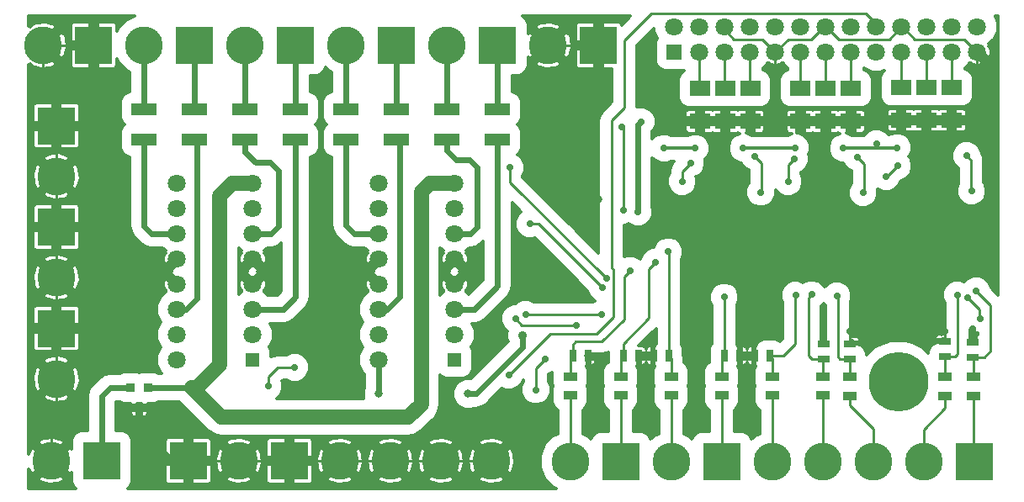
<source format=gbl>
G04 (created by PCBNEW (2013-07-07 BZR 4022)-stable) date 6.3.2014 22:13:41*
%MOIN*%
G04 Gerber Fmt 3.4, Leading zero omitted, Abs format*
%FSLAX34Y34*%
G01*
G70*
G90*
G04 APERTURE LIST*
%ADD10C,0.011811*%
%ADD11R,0.036X0.036*%
%ADD12R,0.06X0.06*%
%ADD13C,0.0708661*%
%ADD14R,0.055X0.055*%
%ADD15R,0.025X0.045*%
%ADD16R,0.045X0.025*%
%ADD17R,0.1X0.05*%
%ADD18R,0.055X0.035*%
%ADD19R,0.08X0.06*%
%ADD20R,0.15X0.15*%
%ADD21C,0.15*%
%ADD22C,0.23622*%
%ADD23C,0.0275591*%
%ADD24C,0.0354331*%
%ADD25C,0.0314961*%
%ADD26C,0.023622*%
%ADD27C,0.0590551*%
%ADD28C,0.0100394*%
G04 APERTURE END LIST*
G54D10*
G54D11*
X-20313Y-14807D03*
X-21013Y-14807D03*
X-20663Y-15607D03*
G54D12*
X536Y-1507D03*
G54D13*
X536Y-507D03*
X1536Y-1507D03*
X1536Y-507D03*
X2536Y-1507D03*
X2536Y-507D03*
X3536Y-1507D03*
X3536Y-507D03*
X4536Y-1507D03*
X4536Y-507D03*
X5536Y-1507D03*
X5536Y-507D03*
X6536Y-1507D03*
X6536Y-507D03*
X7536Y-1507D03*
X7536Y-507D03*
X8536Y-1507D03*
X8536Y-507D03*
X9536Y-1507D03*
X9536Y-507D03*
X10536Y-1507D03*
X10536Y-507D03*
X11536Y-1507D03*
X11536Y-507D03*
X12536Y-1507D03*
X12536Y-507D03*
G54D14*
X-16163Y-13707D03*
G54D13*
X-16163Y-12707D03*
X-16163Y-11707D03*
X-16163Y-10707D03*
X-16163Y-9707D03*
X-16163Y-8707D03*
X-16163Y-7707D03*
X-16163Y-6707D03*
X-19163Y-6707D03*
X-19163Y-7707D03*
X-19163Y-8707D03*
X-19163Y-9707D03*
X-19163Y-10707D03*
X-19163Y-11707D03*
X-19163Y-12707D03*
X-19163Y-13707D03*
G54D14*
X-8163Y-13707D03*
G54D13*
X-8163Y-12707D03*
X-8163Y-11707D03*
X-8163Y-10707D03*
X-8163Y-9707D03*
X-8163Y-8707D03*
X-8163Y-7707D03*
X-8163Y-6707D03*
X-11163Y-6707D03*
X-11163Y-7707D03*
X-11163Y-8707D03*
X-11163Y-9707D03*
X-11163Y-10707D03*
X-11163Y-11707D03*
X-11163Y-12707D03*
X-11163Y-13707D03*
G54D15*
X308Y-13551D03*
X-291Y-13551D03*
G54D16*
X7484Y-13666D03*
X7484Y-13066D03*
G54D15*
X-3491Y-13551D03*
X-2891Y-13551D03*
G54D16*
X6456Y-13685D03*
X6456Y-13085D03*
G54D15*
X-1491Y-13551D03*
X-891Y-13551D03*
X4308Y-13551D03*
X3708Y-13551D03*
G54D16*
X11263Y-13587D03*
X11263Y-12987D03*
X12362Y-13607D03*
X12362Y-13007D03*
G54D15*
X2508Y-13551D03*
X3108Y-13551D03*
G54D17*
X-8463Y-3773D03*
X-8463Y-4973D03*
X-6463Y-3773D03*
X-6463Y-4973D03*
X-16463Y-3773D03*
X-16463Y-4973D03*
X-10463Y-3773D03*
X-10463Y-4973D03*
X-12463Y-3773D03*
X-12463Y-4973D03*
X-20463Y-3773D03*
X-20463Y-4973D03*
X-14463Y-3773D03*
X-14463Y-4973D03*
X-18463Y-3773D03*
X-18463Y-4973D03*
G54D18*
X11259Y-14388D03*
X11259Y-15138D03*
X12401Y-14388D03*
X12401Y-15138D03*
X2408Y-14376D03*
X2408Y-15126D03*
X4408Y-14376D03*
X4408Y-15126D03*
X6408Y-14376D03*
X6408Y-15126D03*
X7480Y-14388D03*
X7480Y-15138D03*
X-3591Y-14376D03*
X-3591Y-15126D03*
X-1591Y-14376D03*
X-1591Y-15126D03*
X408Y-14376D03*
X408Y-15126D03*
G54D19*
X6536Y-4257D03*
X6536Y-2957D03*
X10528Y-4217D03*
X10528Y-2917D03*
X11528Y-4217D03*
X11528Y-2917D03*
X9528Y-4217D03*
X9528Y-2917D03*
X5536Y-4257D03*
X5536Y-2957D03*
X3544Y-4257D03*
X3544Y-2957D03*
X2544Y-4257D03*
X2544Y-2957D03*
X1544Y-4257D03*
X1544Y-2957D03*
X7536Y-4257D03*
X7536Y-2957D03*
G54D20*
X-22149Y-17716D03*
G54D21*
X-24149Y-17716D03*
G54D20*
X-18463Y-1237D03*
G54D21*
X-20463Y-1237D03*
G54D20*
X-6463Y-1237D03*
G54D21*
X-8463Y-1237D03*
G54D20*
X-10463Y-1237D03*
G54D21*
X-12463Y-1237D03*
G54D20*
X-22463Y-1237D03*
G54D21*
X-24463Y-1237D03*
X-12708Y-17716D03*
X-10708Y-17716D03*
G54D20*
X-14708Y-17716D03*
G54D21*
X-8708Y-17716D03*
X-6708Y-17716D03*
G54D20*
X-18716Y-17716D03*
G54D21*
X-16716Y-17716D03*
G54D20*
X-23937Y-12464D03*
G54D21*
X-23937Y-14464D03*
G54D20*
X-23937Y-8448D03*
G54D21*
X-23937Y-10448D03*
G54D20*
X-23937Y-4433D03*
G54D21*
X-23937Y-6433D03*
X10408Y-17736D03*
X8408Y-17736D03*
G54D20*
X12408Y-17736D03*
G54D21*
X6408Y-17736D03*
X4408Y-17736D03*
G54D20*
X2408Y-17736D03*
G54D21*
X408Y-17736D03*
G54D20*
X-1591Y-17736D03*
G54D21*
X-3591Y-17736D03*
G54D20*
X-2463Y-1237D03*
G54D21*
X-4463Y-1237D03*
G54D20*
X-14463Y-1237D03*
G54D21*
X-16463Y-1237D03*
G54D22*
X9409Y-14566D03*
G54D23*
X3267Y-5314D03*
X5334Y-5307D03*
X8547Y-5149D03*
X1358Y-5326D03*
X125Y-5326D03*
X9358Y-5295D03*
X7236Y-5314D03*
X-901Y-7854D03*
X-783Y-4271D03*
G54D24*
X-5468Y-12736D03*
G54D25*
X-7633Y-15059D03*
X-11177Y-15059D03*
G54D23*
X-2161Y-10492D03*
X-5980Y-6082D03*
X-2318Y-10846D03*
X-5192Y-8326D03*
X-6023Y-14326D03*
X-14503Y-14007D03*
X-15555Y-14744D03*
X-4952Y-14897D03*
X-4590Y-13685D03*
X12169Y-11236D03*
X12653Y-12062D03*
X-3342Y-12342D03*
X-5744Y-12066D03*
X-2358Y-11909D03*
X-5350Y-11909D03*
X-1531Y-4468D03*
X-1492Y-7775D03*
X11259Y-12582D03*
X12370Y-12468D03*
X10149Y-7444D03*
X5877Y-7440D03*
X-291Y-13551D03*
X3110Y-13551D03*
X-891Y-13551D03*
G54D25*
X-2889Y-13551D03*
X-27Y-7295D03*
X-2472Y-7342D03*
G54D23*
X6456Y-12574D03*
X1917Y-7334D03*
X7484Y-12578D03*
X4688Y-12696D03*
X5976Y-11125D03*
X12118Y-5614D03*
X12307Y-7027D03*
X6976Y-11177D03*
X8937Y-6456D03*
X9374Y-6027D03*
X3724Y-5641D03*
X3960Y-7070D03*
X-1212Y-10165D03*
X-220Y-9846D03*
X5338Y-11145D03*
X303Y-9425D03*
X842Y-6641D03*
X1177Y-5901D03*
X2507Y-11224D03*
X5047Y-6641D03*
X5291Y-5732D03*
X7775Y-5677D03*
X8007Y-7086D03*
X11748Y-11137D03*
X12496Y-10984D03*
G54D10*
X5326Y-5314D02*
X3267Y-5314D01*
X5334Y-5307D02*
X5326Y-5314D01*
X8547Y-5149D02*
X8531Y-5165D01*
X8531Y-5165D02*
X8527Y-5314D01*
X8527Y-5314D02*
X8523Y-5318D01*
X8523Y-5318D02*
X8523Y-5314D01*
X1358Y-5326D02*
X125Y-5326D01*
X9358Y-5295D02*
X9338Y-5314D01*
X9338Y-5314D02*
X8523Y-5314D01*
X8523Y-5314D02*
X7236Y-5314D01*
G54D26*
X-901Y-4389D02*
X-901Y-7854D01*
X-783Y-4271D02*
X-901Y-4389D01*
X-5468Y-12736D02*
X-5468Y-13208D01*
X-7318Y-15059D02*
X-7633Y-15059D01*
X-5468Y-13208D02*
X-7318Y-15059D01*
X-11163Y-13707D02*
X-11163Y-15045D01*
X-11163Y-15045D02*
X-11177Y-15059D01*
X-20313Y-14807D02*
X-18578Y-14807D01*
G54D27*
X-8163Y-6707D02*
X-9148Y-6707D01*
X-9148Y-6707D02*
X-9488Y-7047D01*
X-18578Y-14807D02*
X-18363Y-14807D01*
X-16963Y-6707D02*
X-17466Y-7210D01*
X-17466Y-7210D02*
X-17466Y-13910D01*
X-16963Y-6707D02*
X-16163Y-6707D01*
X-17401Y-15984D02*
X-18578Y-14807D01*
X-10000Y-15984D02*
X-17401Y-15984D01*
X-9488Y-15472D02*
X-10000Y-15984D01*
X-9488Y-7047D02*
X-9488Y-15472D01*
X-17466Y-13910D02*
X-18363Y-14807D01*
G54D28*
X1536Y-1507D02*
X1536Y-2957D01*
X2536Y-1507D02*
X2536Y-2957D01*
X9536Y-1507D02*
X9536Y-2957D01*
X11536Y-1507D02*
X11536Y-2957D01*
X5536Y-1507D02*
X5536Y-2957D01*
X-2161Y-10492D02*
X-5980Y-6673D01*
X-5980Y-6673D02*
X-5980Y-6082D01*
X6536Y-1507D02*
X6536Y-2957D01*
X7536Y-1507D02*
X7536Y-2957D01*
X-2318Y-10846D02*
X-4838Y-8326D01*
X-4838Y-8326D02*
X-5192Y-8326D01*
X8536Y-507D02*
X8536Y-378D01*
X-4377Y-12681D02*
X-6023Y-14326D01*
X-2547Y-12681D02*
X-4377Y-12681D01*
X-1874Y-12007D02*
X-2547Y-12681D01*
X-1874Y-10129D02*
X-1874Y-12007D01*
X-1960Y-10043D02*
X-1874Y-10129D01*
X-1960Y-4220D02*
X-1960Y-10043D01*
X-1437Y-3696D02*
X-1960Y-4220D01*
X-1437Y-1043D02*
X-1437Y-3696D01*
X-370Y23D02*
X-1437Y-1043D01*
X8133Y23D02*
X-370Y23D01*
X8536Y-378D02*
X8133Y23D01*
X-15169Y-14007D02*
X-14503Y-14007D01*
X-15555Y-14393D02*
X-15169Y-14007D01*
X-15555Y-14744D02*
X-15555Y-14393D01*
X-4952Y-14047D02*
X-4952Y-14897D01*
X-4590Y-13685D02*
X-4952Y-14047D01*
X12637Y-11704D02*
X12169Y-11236D01*
X12637Y-12047D02*
X12637Y-11704D01*
X12653Y-12062D02*
X12637Y-12047D01*
X3536Y-1507D02*
X3536Y-2957D01*
X-5507Y-12342D02*
X-3342Y-12342D01*
X-5744Y-12066D02*
X-5507Y-12342D01*
X-2358Y-11909D02*
X-5350Y-11909D01*
X10536Y-1507D02*
X10536Y-2957D01*
X-1531Y-4468D02*
X-1492Y-4507D01*
X-1492Y-4507D02*
X-1492Y-7775D01*
X12362Y-13007D02*
X12362Y-12476D01*
X11263Y-12586D02*
X11263Y-12987D01*
X11259Y-12582D02*
X11263Y-12586D01*
X12362Y-12476D02*
X12370Y-12468D01*
X10362Y-7657D02*
X10366Y-7657D01*
X10149Y-7444D02*
X10362Y-7657D01*
X6047Y-7610D02*
X6082Y-7610D01*
X5877Y-7440D02*
X6047Y-7610D01*
X3108Y-13551D02*
X3109Y-13551D01*
X3110Y-13551D02*
X3109Y-13551D01*
X-2891Y-13551D02*
X-2890Y-13551D01*
X-2889Y-13551D02*
X-2890Y-13551D01*
X-2463Y-1237D02*
X-2463Y-7333D01*
X11Y-7334D02*
X1917Y-7334D01*
X-27Y-7295D02*
X11Y-7334D01*
X-2463Y-7333D02*
X-2472Y-7342D01*
X9536Y-507D02*
X9581Y-507D01*
X9581Y-507D02*
X10070Y-1003D01*
X10070Y-1003D02*
X12025Y-1003D01*
X12025Y-1003D02*
X12536Y-1507D01*
X6536Y-507D02*
X6570Y-507D01*
X6570Y-507D02*
X7039Y-1003D01*
X7039Y-1003D02*
X9051Y-1003D01*
X9051Y-1003D02*
X9536Y-507D01*
X6536Y-507D02*
X6449Y-507D01*
X6449Y-507D02*
X5964Y-1003D01*
X5964Y-1003D02*
X5051Y-1003D01*
X5051Y-1003D02*
X4536Y-1507D01*
X2536Y-507D02*
X2536Y-626D01*
X2536Y-626D02*
X2885Y-1003D01*
X2885Y-1003D02*
X4005Y-1003D01*
X4005Y-1003D02*
X4536Y-1507D01*
X7484Y-12578D02*
X11263Y-12578D01*
X6456Y-12574D02*
X6456Y-13085D01*
X2544Y-4257D02*
X2544Y-4967D01*
X1917Y-5594D02*
X1917Y-7334D01*
X2544Y-4967D02*
X1917Y-5594D01*
X1544Y-4257D02*
X2544Y-4257D01*
X2544Y-4257D02*
X3544Y-4257D01*
X3544Y-4257D02*
X4600Y-4257D01*
X5536Y-4257D02*
X4600Y-4257D01*
G54D26*
X-20663Y-15607D02*
X-20663Y-16387D01*
X-19334Y-17716D02*
X-18716Y-17716D01*
X-20663Y-16387D02*
X-19334Y-17716D01*
G54D28*
X3708Y-13047D02*
X4059Y-12696D01*
X4059Y-12696D02*
X4688Y-12696D01*
X3708Y-13551D02*
X3708Y-13047D01*
X7484Y-13066D02*
X7484Y-12578D01*
X11263Y-12578D02*
X11263Y-12987D01*
X12536Y-1507D02*
X12536Y-4007D01*
X12286Y-4257D02*
X11536Y-4257D01*
X11536Y-4257D02*
X10536Y-4257D01*
X10536Y-4257D02*
X9536Y-4257D01*
X12536Y-4007D02*
X12286Y-4257D01*
X9536Y-4257D02*
X7536Y-4257D01*
X4536Y-1507D02*
X4536Y-4192D01*
X-18716Y-17716D02*
X-16716Y-17716D01*
X-16716Y-17716D02*
X-14708Y-17716D01*
X-14708Y-17716D02*
X-12708Y-17716D01*
X-12708Y-17716D02*
X-10708Y-17716D01*
X-10708Y-17716D02*
X-8708Y-17716D01*
X-6708Y-17716D02*
X-8708Y-17716D01*
X-2463Y-1237D02*
X-4463Y-1237D01*
X-22463Y-1237D02*
X-24463Y-1237D01*
X-23937Y-4433D02*
X-23937Y-3519D01*
X-24463Y-2992D02*
X-24463Y-1237D01*
X-23937Y-3519D02*
X-24463Y-2992D01*
X-23937Y-4433D02*
X-23937Y-6433D01*
X-23937Y-6433D02*
X-23937Y-8448D01*
X-23937Y-8448D02*
X-23937Y-10448D01*
X-23937Y-12464D02*
X-23937Y-10448D01*
X-23937Y-12464D02*
X-23937Y-14464D01*
X-23937Y-14464D02*
X-23937Y-16283D01*
X-23937Y-16283D02*
X-24149Y-16496D01*
X-24149Y-16496D02*
X-24149Y-17716D01*
X5536Y-4257D02*
X6536Y-4257D01*
X6536Y-4257D02*
X7536Y-4257D01*
G54D26*
X-6463Y-4973D02*
X-6463Y-10778D01*
X-7392Y-11707D02*
X-8163Y-11707D01*
X-6463Y-10778D02*
X-7392Y-11707D01*
X-12463Y-1237D02*
X-12463Y-3773D01*
X-20463Y-1237D02*
X-20463Y-3773D01*
X-18463Y-1237D02*
X-18463Y-3773D01*
X-14463Y-1237D02*
X-14463Y-3773D01*
X-16463Y-1237D02*
X-16463Y-3773D01*
X-11163Y-11707D02*
X-10856Y-11707D01*
X-10345Y-11196D02*
X-10345Y-4973D01*
X-10856Y-11707D02*
X-10345Y-11196D01*
X-11163Y-8707D02*
X-12135Y-8707D01*
X-12463Y-8378D02*
X-12463Y-4973D01*
X-12135Y-8707D02*
X-12463Y-8378D01*
X-10463Y-1237D02*
X-10463Y-3773D01*
X-8463Y-4973D02*
X-8463Y-5410D01*
X-7541Y-8707D02*
X-8163Y-8707D01*
X-7279Y-8444D02*
X-7541Y-8707D01*
X-7279Y-6082D02*
X-7279Y-8444D01*
X-7594Y-5767D02*
X-7279Y-6082D01*
X-8106Y-5767D02*
X-7594Y-5767D01*
X-8463Y-5410D02*
X-8106Y-5767D01*
X-19163Y-11707D02*
X-18809Y-11707D01*
X-18385Y-11282D02*
X-18385Y-4973D01*
X-18809Y-11707D02*
X-18385Y-11282D01*
X-19163Y-8707D02*
X-20166Y-8707D01*
X-20463Y-8410D02*
X-20463Y-4973D01*
X-20166Y-8707D02*
X-20463Y-8410D01*
X-14463Y-4973D02*
X-14463Y-11219D01*
X-14951Y-11707D02*
X-16163Y-11707D01*
X-14463Y-11219D02*
X-14951Y-11707D01*
X-16463Y-4973D02*
X-16463Y-5481D01*
X-15455Y-8707D02*
X-16163Y-8707D01*
X-15153Y-8405D02*
X-15455Y-8707D01*
X-15153Y-6200D02*
X-15153Y-8405D01*
X-15468Y-5885D02*
X-15153Y-6200D01*
X-16059Y-5885D02*
X-15468Y-5885D01*
X-16463Y-5481D02*
X-16059Y-5885D01*
G54D28*
X5985Y-13685D02*
X6456Y-13685D01*
X5846Y-13547D02*
X5985Y-13685D01*
X5846Y-11255D02*
X5846Y-13547D01*
X5976Y-11125D02*
X5846Y-11255D01*
X6408Y-14376D02*
X6408Y-13733D01*
X6408Y-13733D02*
X6456Y-13685D01*
G54D26*
X-8463Y-1237D02*
X-8463Y-3773D01*
X-6463Y-1237D02*
X-6463Y-3773D01*
G54D28*
X408Y-15126D02*
X408Y-17736D01*
X-3591Y-15126D02*
X-3591Y-17736D01*
X12299Y-5795D02*
X12118Y-5614D01*
X12299Y-7019D02*
X12299Y-5795D01*
X12307Y-7027D02*
X12299Y-7019D01*
X7095Y-13666D02*
X7484Y-13666D01*
X7011Y-13582D02*
X7095Y-13666D01*
X7011Y-11212D02*
X7011Y-13582D01*
X6976Y-11177D02*
X7011Y-11212D01*
X8944Y-6456D02*
X8937Y-6456D01*
X9374Y-6027D02*
X8944Y-6456D01*
X7480Y-14388D02*
X7480Y-13670D01*
X7480Y-13670D02*
X7484Y-13666D01*
X3996Y-5913D02*
X3724Y-5641D01*
X3996Y-7035D02*
X3996Y-5913D01*
X3960Y-7070D02*
X3996Y-7035D01*
X-3491Y-13097D02*
X-3491Y-13551D01*
X-3381Y-12988D02*
X-3491Y-13097D01*
X-2342Y-12988D02*
X-3381Y-12988D01*
X-1460Y-12106D02*
X-2342Y-12988D01*
X-1460Y-10413D02*
X-1460Y-12106D01*
X-1212Y-10165D02*
X-1460Y-10413D01*
X-3591Y-14376D02*
X-3591Y-13651D01*
X-3591Y-13651D02*
X-3491Y-13551D01*
X-1491Y-13062D02*
X-1491Y-13551D01*
X-472Y-12043D02*
X-1491Y-13062D01*
X-472Y-10098D02*
X-472Y-12043D01*
X-220Y-9846D02*
X-472Y-10098D01*
X-1591Y-14376D02*
X-1591Y-13651D01*
X-1591Y-13651D02*
X-1491Y-13551D01*
X4845Y-13551D02*
X4308Y-13551D01*
X5326Y-13070D02*
X4845Y-13551D01*
X5326Y-11157D02*
X5326Y-13070D01*
X5338Y-11145D02*
X5326Y-11157D01*
X4408Y-14376D02*
X4408Y-13651D01*
X4408Y-13651D02*
X4308Y-13551D01*
X308Y-9430D02*
X308Y-13551D01*
X303Y-9425D02*
X308Y-9430D01*
X842Y-6236D02*
X842Y-6641D01*
X1177Y-5901D02*
X842Y-6236D01*
X408Y-14376D02*
X408Y-13651D01*
X408Y-13651D02*
X308Y-13551D01*
X2508Y-11225D02*
X2508Y-13551D01*
X2507Y-11224D02*
X2508Y-11225D01*
X5047Y-5976D02*
X5047Y-6641D01*
X5291Y-5732D02*
X5047Y-5976D01*
X2408Y-14376D02*
X2408Y-13651D01*
X2408Y-13651D02*
X2508Y-13551D01*
X7480Y-15138D02*
X7480Y-15527D01*
X8408Y-16455D02*
X8408Y-17736D01*
X7480Y-15527D02*
X8408Y-16455D01*
X6408Y-15126D02*
X6408Y-17736D01*
X11259Y-15138D02*
X11259Y-15614D01*
X11259Y-15614D02*
X10408Y-16465D01*
X10408Y-16465D02*
X10408Y-17736D01*
X12401Y-17729D02*
X12408Y-17736D01*
X12401Y-15138D02*
X12401Y-17729D01*
X8043Y-5944D02*
X7775Y-5677D01*
X8043Y-7051D02*
X8043Y-5944D01*
X8007Y-7086D02*
X8043Y-7051D01*
X-1591Y-15126D02*
X-1591Y-17736D01*
X4408Y-15126D02*
X4408Y-17736D01*
X2408Y-15126D02*
X2408Y-17736D01*
G54D26*
X-21013Y-14807D02*
X-21822Y-14807D01*
X-21822Y-14807D02*
X-22149Y-15133D01*
X-22149Y-15133D02*
X-22149Y-17716D01*
G54D28*
X11652Y-13587D02*
X11263Y-13587D01*
X11751Y-13488D02*
X11652Y-13587D01*
X11751Y-11141D02*
X11751Y-13488D01*
X11748Y-11137D02*
X11751Y-11141D01*
X11259Y-14388D02*
X11259Y-13591D01*
X11259Y-13591D02*
X11263Y-13587D01*
X12496Y-10984D02*
X13066Y-11555D01*
X13066Y-11555D02*
X13066Y-13346D01*
X13066Y-13346D02*
X12806Y-13607D01*
X12806Y-13607D02*
X12362Y-13607D01*
X12401Y-14388D02*
X12401Y-13646D01*
X12401Y-13646D02*
X12362Y-13607D01*
G54D10*
G36*
X-18963Y-10712D02*
X-19150Y-10900D01*
X-19176Y-10899D01*
X-19358Y-10718D01*
X-19364Y-10712D01*
X-19358Y-10707D01*
X-19599Y-10466D01*
X-19668Y-10510D01*
X-19705Y-10718D01*
X-19668Y-10903D01*
X-19599Y-10947D01*
X-19643Y-10992D01*
X-19615Y-11020D01*
X-19620Y-11022D01*
X-19847Y-11249D01*
X-19970Y-11545D01*
X-19971Y-11866D01*
X-19848Y-12163D01*
X-19805Y-12206D01*
X-19847Y-12249D01*
X-19970Y-12545D01*
X-19971Y-12866D01*
X-19848Y-13163D01*
X-19805Y-13206D01*
X-19847Y-13249D01*
X-19970Y-13545D01*
X-19971Y-13866D01*
X-19848Y-14163D01*
X-19775Y-14236D01*
X-19894Y-14236D01*
X-20043Y-14174D01*
X-20223Y-14174D01*
X-20583Y-14174D01*
X-20663Y-14207D01*
X-20743Y-14174D01*
X-20923Y-14174D01*
X-21283Y-14174D01*
X-21433Y-14236D01*
X-21822Y-14236D01*
X-22041Y-14279D01*
X-22226Y-14403D01*
X-22553Y-14730D01*
X-22601Y-14802D01*
X-22601Y-2119D01*
X-22601Y-1374D01*
X-22601Y-1099D01*
X-22601Y-354D01*
X-22645Y-309D01*
X-23248Y-309D01*
X-23314Y-336D01*
X-23363Y-386D01*
X-23390Y-451D01*
X-23390Y-522D01*
X-23390Y-1054D01*
X-23346Y-1099D01*
X-22601Y-1099D01*
X-22601Y-1374D01*
X-23346Y-1374D01*
X-23390Y-1419D01*
X-23390Y-1951D01*
X-23390Y-2022D01*
X-23363Y-2087D01*
X-23314Y-2137D01*
X-23248Y-2164D01*
X-22645Y-2164D01*
X-22601Y-2119D01*
X-22601Y-14802D01*
X-22677Y-14915D01*
X-22720Y-15133D01*
X-22720Y-16513D01*
X-22989Y-16513D01*
X-22995Y-16516D01*
X-22995Y-14548D01*
X-22995Y-10533D01*
X-22995Y-6517D01*
X-23009Y-6383D01*
X-23009Y-5218D01*
X-23009Y-3647D01*
X-23036Y-3582D01*
X-23086Y-3532D01*
X-23151Y-3505D01*
X-23222Y-3505D01*
X-23522Y-3505D01*
X-23522Y-1321D01*
X-23561Y-954D01*
X-23626Y-798D01*
X-23736Y-704D01*
X-23931Y-899D01*
X-24268Y-1237D01*
X-23736Y-1769D01*
X-23626Y-1675D01*
X-23522Y-1321D01*
X-23522Y-3505D01*
X-23754Y-3505D01*
X-23799Y-3550D01*
X-23799Y-4295D01*
X-23054Y-4295D01*
X-23009Y-4250D01*
X-23009Y-3647D01*
X-23009Y-5218D01*
X-23009Y-4615D01*
X-23054Y-4570D01*
X-23799Y-4570D01*
X-23799Y-5315D01*
X-23754Y-5360D01*
X-23222Y-5360D01*
X-23151Y-5360D01*
X-23086Y-5333D01*
X-23036Y-5283D01*
X-23009Y-5218D01*
X-23009Y-6383D01*
X-23034Y-6150D01*
X-23099Y-5994D01*
X-23209Y-5900D01*
X-23404Y-6095D01*
X-23404Y-5705D01*
X-23498Y-5595D01*
X-23852Y-5491D01*
X-23931Y-5499D01*
X-24074Y-5515D01*
X-24074Y-5315D01*
X-24074Y-4570D01*
X-24074Y-4295D01*
X-24074Y-3550D01*
X-24119Y-3505D01*
X-24651Y-3505D01*
X-24722Y-3505D01*
X-24787Y-3532D01*
X-24837Y-3582D01*
X-24864Y-3647D01*
X-24864Y-4250D01*
X-24819Y-4295D01*
X-24074Y-4295D01*
X-24074Y-4570D01*
X-24819Y-4570D01*
X-24864Y-4615D01*
X-24864Y-5218D01*
X-24837Y-5283D01*
X-24787Y-5333D01*
X-24722Y-5360D01*
X-24651Y-5360D01*
X-24119Y-5360D01*
X-24074Y-5315D01*
X-24074Y-5515D01*
X-24219Y-5530D01*
X-24375Y-5595D01*
X-24469Y-5705D01*
X-23937Y-6238D01*
X-23404Y-5705D01*
X-23404Y-6095D01*
X-23742Y-6433D01*
X-23209Y-6965D01*
X-23099Y-6871D01*
X-22995Y-6517D01*
X-22995Y-10533D01*
X-23009Y-10399D01*
X-23009Y-9233D01*
X-23009Y-7663D01*
X-23036Y-7598D01*
X-23086Y-7548D01*
X-23151Y-7521D01*
X-23222Y-7521D01*
X-23404Y-7521D01*
X-23404Y-7160D01*
X-23937Y-6627D01*
X-24131Y-6822D01*
X-24131Y-6433D01*
X-24664Y-5900D01*
X-24774Y-5994D01*
X-24878Y-6348D01*
X-24839Y-6715D01*
X-24774Y-6871D01*
X-24664Y-6965D01*
X-24131Y-6433D01*
X-24131Y-6822D01*
X-24469Y-7160D01*
X-24375Y-7270D01*
X-24021Y-7374D01*
X-23654Y-7335D01*
X-23498Y-7270D01*
X-23404Y-7160D01*
X-23404Y-7521D01*
X-23754Y-7521D01*
X-23799Y-7565D01*
X-23799Y-8311D01*
X-23054Y-8311D01*
X-23009Y-8266D01*
X-23009Y-7663D01*
X-23009Y-9233D01*
X-23009Y-8630D01*
X-23054Y-8586D01*
X-23799Y-8586D01*
X-23799Y-9331D01*
X-23754Y-9375D01*
X-23222Y-9376D01*
X-23151Y-9375D01*
X-23086Y-9348D01*
X-23036Y-9299D01*
X-23009Y-9233D01*
X-23009Y-10399D01*
X-23034Y-10166D01*
X-23099Y-10010D01*
X-23209Y-9916D01*
X-23404Y-10111D01*
X-23404Y-9721D01*
X-23498Y-9611D01*
X-23852Y-9507D01*
X-24074Y-9531D01*
X-24074Y-9331D01*
X-24074Y-8586D01*
X-24074Y-8311D01*
X-24074Y-7565D01*
X-24119Y-7521D01*
X-24651Y-7521D01*
X-24722Y-7521D01*
X-24787Y-7548D01*
X-24837Y-7598D01*
X-24864Y-7663D01*
X-24864Y-8266D01*
X-24819Y-8311D01*
X-24074Y-8311D01*
X-24074Y-8586D01*
X-24819Y-8586D01*
X-24864Y-8630D01*
X-24864Y-9233D01*
X-24837Y-9299D01*
X-24787Y-9348D01*
X-24722Y-9375D01*
X-24651Y-9376D01*
X-24119Y-9375D01*
X-24074Y-9331D01*
X-24074Y-9531D01*
X-24219Y-9546D01*
X-24375Y-9611D01*
X-24469Y-9721D01*
X-23937Y-10253D01*
X-23404Y-9721D01*
X-23404Y-10111D01*
X-23742Y-10448D01*
X-23209Y-10981D01*
X-23099Y-10887D01*
X-22995Y-10533D01*
X-22995Y-14548D01*
X-23009Y-14415D01*
X-23009Y-13249D01*
X-23009Y-11679D01*
X-23036Y-11614D01*
X-23086Y-11564D01*
X-23151Y-11537D01*
X-23222Y-11537D01*
X-23404Y-11537D01*
X-23404Y-11175D01*
X-23937Y-10643D01*
X-24131Y-10838D01*
X-24131Y-10448D01*
X-24664Y-9916D01*
X-24774Y-10010D01*
X-24878Y-10364D01*
X-24839Y-10731D01*
X-24774Y-10887D01*
X-24664Y-10981D01*
X-24131Y-10448D01*
X-24131Y-10838D01*
X-24469Y-11175D01*
X-24375Y-11286D01*
X-24021Y-11390D01*
X-23654Y-11350D01*
X-23498Y-11286D01*
X-23404Y-11175D01*
X-23404Y-11537D01*
X-23754Y-11537D01*
X-23799Y-11581D01*
X-23799Y-12326D01*
X-23054Y-12326D01*
X-23009Y-12282D01*
X-23009Y-11679D01*
X-23009Y-13249D01*
X-23009Y-12646D01*
X-23054Y-12602D01*
X-23799Y-12602D01*
X-23799Y-13347D01*
X-23754Y-13391D01*
X-23222Y-13391D01*
X-23151Y-13391D01*
X-23086Y-13364D01*
X-23036Y-13314D01*
X-23009Y-13249D01*
X-23009Y-14415D01*
X-23034Y-14182D01*
X-23099Y-14026D01*
X-23209Y-13932D01*
X-23404Y-14127D01*
X-23404Y-13737D01*
X-23498Y-13626D01*
X-23852Y-13523D01*
X-24074Y-13546D01*
X-24074Y-13347D01*
X-24074Y-12602D01*
X-24074Y-12326D01*
X-24074Y-11581D01*
X-24119Y-11537D01*
X-24651Y-11537D01*
X-24722Y-11537D01*
X-24787Y-11564D01*
X-24837Y-11614D01*
X-24864Y-11679D01*
X-24864Y-12282D01*
X-24819Y-12326D01*
X-24074Y-12326D01*
X-24074Y-12602D01*
X-24819Y-12602D01*
X-24864Y-12646D01*
X-24864Y-13249D01*
X-24837Y-13314D01*
X-24787Y-13364D01*
X-24722Y-13391D01*
X-24651Y-13391D01*
X-24119Y-13391D01*
X-24074Y-13347D01*
X-24074Y-13546D01*
X-24219Y-13562D01*
X-24375Y-13626D01*
X-24469Y-13737D01*
X-23937Y-14269D01*
X-23404Y-13737D01*
X-23404Y-14127D01*
X-23742Y-14464D01*
X-23209Y-14996D01*
X-23099Y-14902D01*
X-22995Y-14548D01*
X-22995Y-16516D01*
X-23155Y-16582D01*
X-23283Y-16709D01*
X-23352Y-16876D01*
X-23352Y-17056D01*
X-23352Y-17243D01*
X-23404Y-17199D01*
X-23404Y-15191D01*
X-23937Y-14659D01*
X-24131Y-14854D01*
X-24131Y-14464D01*
X-24664Y-13932D01*
X-24774Y-14026D01*
X-24878Y-14380D01*
X-24839Y-14746D01*
X-24774Y-14902D01*
X-24664Y-14996D01*
X-24131Y-14464D01*
X-24131Y-14854D01*
X-24469Y-15191D01*
X-24375Y-15302D01*
X-24021Y-15406D01*
X-23654Y-15366D01*
X-23498Y-15302D01*
X-23404Y-15191D01*
X-23404Y-17199D01*
X-23422Y-17184D01*
X-23617Y-17379D01*
X-23617Y-16989D01*
X-23711Y-16878D01*
X-24065Y-16774D01*
X-24432Y-16814D01*
X-24587Y-16878D01*
X-24681Y-16989D01*
X-24149Y-17521D01*
X-23617Y-16989D01*
X-23617Y-17379D01*
X-23954Y-17716D01*
X-23422Y-18248D01*
X-23352Y-18189D01*
X-23352Y-18556D01*
X-23283Y-18722D01*
X-23193Y-18812D01*
X-23617Y-18812D01*
X-23617Y-18443D01*
X-24149Y-17911D01*
X-24681Y-18443D01*
X-24587Y-18554D01*
X-24233Y-18658D01*
X-23867Y-18618D01*
X-23711Y-18554D01*
X-23617Y-18443D01*
X-23617Y-18812D01*
X-25037Y-18812D01*
X-25037Y-18033D01*
X-24987Y-18154D01*
X-24876Y-18248D01*
X-24344Y-17716D01*
X-24876Y-17184D01*
X-24987Y-17278D01*
X-25037Y-17449D01*
X-25037Y-1998D01*
X-25033Y-2002D01*
X-24995Y-1964D01*
X-24902Y-2074D01*
X-24548Y-2178D01*
X-24181Y-2139D01*
X-24025Y-2074D01*
X-23931Y-1964D01*
X-24463Y-1431D01*
X-24469Y-1437D01*
X-24664Y-1242D01*
X-24658Y-1237D01*
X-24664Y-1231D01*
X-24469Y-1036D01*
X-24463Y-1042D01*
X-23931Y-509D01*
X-24025Y-399D01*
X-24379Y-295D01*
X-24746Y-334D01*
X-24902Y-399D01*
X-24995Y-509D01*
X-25033Y-471D01*
X-25037Y-475D01*
X-25037Y-92D01*
X-20843Y-92D01*
X-21144Y-216D01*
X-21482Y-554D01*
X-21536Y-684D01*
X-21536Y-522D01*
X-21536Y-451D01*
X-21563Y-386D01*
X-21613Y-336D01*
X-21678Y-309D01*
X-22281Y-309D01*
X-22325Y-354D01*
X-22325Y-1099D01*
X-22318Y-1099D01*
X-22318Y-1374D01*
X-22325Y-1374D01*
X-22325Y-2119D01*
X-22281Y-2164D01*
X-21678Y-2164D01*
X-21613Y-2137D01*
X-21563Y-2087D01*
X-21536Y-2022D01*
X-21536Y-1951D01*
X-21536Y-1790D01*
X-21484Y-1917D01*
X-21145Y-2256D01*
X-21034Y-2302D01*
X-21034Y-3070D01*
X-21053Y-3070D01*
X-21219Y-3139D01*
X-21347Y-3266D01*
X-21416Y-3432D01*
X-21416Y-3612D01*
X-21416Y-4112D01*
X-21347Y-4279D01*
X-21254Y-4373D01*
X-21347Y-4466D01*
X-21416Y-4632D01*
X-21416Y-4812D01*
X-21416Y-5312D01*
X-21347Y-5479D01*
X-21220Y-5606D01*
X-21054Y-5675D01*
X-21034Y-5675D01*
X-21034Y-8410D01*
X-20991Y-8628D01*
X-20867Y-8813D01*
X-20570Y-9110D01*
X-20385Y-9234D01*
X-20166Y-9277D01*
X-19734Y-9277D01*
X-19621Y-9390D01*
X-19615Y-9393D01*
X-19643Y-9422D01*
X-19599Y-9466D01*
X-19668Y-9510D01*
X-19705Y-9718D01*
X-19668Y-9903D01*
X-19599Y-9947D01*
X-19358Y-9707D01*
X-19364Y-9701D01*
X-19176Y-9514D01*
X-19150Y-9514D01*
X-18963Y-9701D01*
X-18968Y-9707D01*
X-18963Y-9712D01*
X-19158Y-9907D01*
X-19163Y-9901D01*
X-19358Y-10096D01*
X-19404Y-10142D01*
X-19363Y-10207D01*
X-19404Y-10271D01*
X-19163Y-10512D01*
X-19158Y-10506D01*
X-18963Y-10701D01*
X-18968Y-10707D01*
X-18963Y-10712D01*
X-18963Y-10712D01*
G37*
X-18963Y-10712D02*
X-19150Y-10900D01*
X-19176Y-10899D01*
X-19358Y-10718D01*
X-19364Y-10712D01*
X-19358Y-10707D01*
X-19599Y-10466D01*
X-19668Y-10510D01*
X-19705Y-10718D01*
X-19668Y-10903D01*
X-19599Y-10947D01*
X-19643Y-10992D01*
X-19615Y-11020D01*
X-19620Y-11022D01*
X-19847Y-11249D01*
X-19970Y-11545D01*
X-19971Y-11866D01*
X-19848Y-12163D01*
X-19805Y-12206D01*
X-19847Y-12249D01*
X-19970Y-12545D01*
X-19971Y-12866D01*
X-19848Y-13163D01*
X-19805Y-13206D01*
X-19847Y-13249D01*
X-19970Y-13545D01*
X-19971Y-13866D01*
X-19848Y-14163D01*
X-19775Y-14236D01*
X-19894Y-14236D01*
X-20043Y-14174D01*
X-20223Y-14174D01*
X-20583Y-14174D01*
X-20663Y-14207D01*
X-20743Y-14174D01*
X-20923Y-14174D01*
X-21283Y-14174D01*
X-21433Y-14236D01*
X-21822Y-14236D01*
X-22041Y-14279D01*
X-22226Y-14403D01*
X-22553Y-14730D01*
X-22601Y-14802D01*
X-22601Y-2119D01*
X-22601Y-1374D01*
X-22601Y-1099D01*
X-22601Y-354D01*
X-22645Y-309D01*
X-23248Y-309D01*
X-23314Y-336D01*
X-23363Y-386D01*
X-23390Y-451D01*
X-23390Y-522D01*
X-23390Y-1054D01*
X-23346Y-1099D01*
X-22601Y-1099D01*
X-22601Y-1374D01*
X-23346Y-1374D01*
X-23390Y-1419D01*
X-23390Y-1951D01*
X-23390Y-2022D01*
X-23363Y-2087D01*
X-23314Y-2137D01*
X-23248Y-2164D01*
X-22645Y-2164D01*
X-22601Y-2119D01*
X-22601Y-14802D01*
X-22677Y-14915D01*
X-22720Y-15133D01*
X-22720Y-16513D01*
X-22989Y-16513D01*
X-22995Y-16516D01*
X-22995Y-14548D01*
X-22995Y-10533D01*
X-22995Y-6517D01*
X-23009Y-6383D01*
X-23009Y-5218D01*
X-23009Y-3647D01*
X-23036Y-3582D01*
X-23086Y-3532D01*
X-23151Y-3505D01*
X-23222Y-3505D01*
X-23522Y-3505D01*
X-23522Y-1321D01*
X-23561Y-954D01*
X-23626Y-798D01*
X-23736Y-704D01*
X-23931Y-899D01*
X-24268Y-1237D01*
X-23736Y-1769D01*
X-23626Y-1675D01*
X-23522Y-1321D01*
X-23522Y-3505D01*
X-23754Y-3505D01*
X-23799Y-3550D01*
X-23799Y-4295D01*
X-23054Y-4295D01*
X-23009Y-4250D01*
X-23009Y-3647D01*
X-23009Y-5218D01*
X-23009Y-4615D01*
X-23054Y-4570D01*
X-23799Y-4570D01*
X-23799Y-5315D01*
X-23754Y-5360D01*
X-23222Y-5360D01*
X-23151Y-5360D01*
X-23086Y-5333D01*
X-23036Y-5283D01*
X-23009Y-5218D01*
X-23009Y-6383D01*
X-23034Y-6150D01*
X-23099Y-5994D01*
X-23209Y-5900D01*
X-23404Y-6095D01*
X-23404Y-5705D01*
X-23498Y-5595D01*
X-23852Y-5491D01*
X-23931Y-5499D01*
X-24074Y-5515D01*
X-24074Y-5315D01*
X-24074Y-4570D01*
X-24074Y-4295D01*
X-24074Y-3550D01*
X-24119Y-3505D01*
X-24651Y-3505D01*
X-24722Y-3505D01*
X-24787Y-3532D01*
X-24837Y-3582D01*
X-24864Y-3647D01*
X-24864Y-4250D01*
X-24819Y-4295D01*
X-24074Y-4295D01*
X-24074Y-4570D01*
X-24819Y-4570D01*
X-24864Y-4615D01*
X-24864Y-5218D01*
X-24837Y-5283D01*
X-24787Y-5333D01*
X-24722Y-5360D01*
X-24651Y-5360D01*
X-24119Y-5360D01*
X-24074Y-5315D01*
X-24074Y-5515D01*
X-24219Y-5530D01*
X-24375Y-5595D01*
X-24469Y-5705D01*
X-23937Y-6238D01*
X-23404Y-5705D01*
X-23404Y-6095D01*
X-23742Y-6433D01*
X-23209Y-6965D01*
X-23099Y-6871D01*
X-22995Y-6517D01*
X-22995Y-10533D01*
X-23009Y-10399D01*
X-23009Y-9233D01*
X-23009Y-7663D01*
X-23036Y-7598D01*
X-23086Y-7548D01*
X-23151Y-7521D01*
X-23222Y-7521D01*
X-23404Y-7521D01*
X-23404Y-7160D01*
X-23937Y-6627D01*
X-24131Y-6822D01*
X-24131Y-6433D01*
X-24664Y-5900D01*
X-24774Y-5994D01*
X-24878Y-6348D01*
X-24839Y-6715D01*
X-24774Y-6871D01*
X-24664Y-6965D01*
X-24131Y-6433D01*
X-24131Y-6822D01*
X-24469Y-7160D01*
X-24375Y-7270D01*
X-24021Y-7374D01*
X-23654Y-7335D01*
X-23498Y-7270D01*
X-23404Y-7160D01*
X-23404Y-7521D01*
X-23754Y-7521D01*
X-23799Y-7565D01*
X-23799Y-8311D01*
X-23054Y-8311D01*
X-23009Y-8266D01*
X-23009Y-7663D01*
X-23009Y-9233D01*
X-23009Y-8630D01*
X-23054Y-8586D01*
X-23799Y-8586D01*
X-23799Y-9331D01*
X-23754Y-9375D01*
X-23222Y-9376D01*
X-23151Y-9375D01*
X-23086Y-9348D01*
X-23036Y-9299D01*
X-23009Y-9233D01*
X-23009Y-10399D01*
X-23034Y-10166D01*
X-23099Y-10010D01*
X-23209Y-9916D01*
X-23404Y-10111D01*
X-23404Y-9721D01*
X-23498Y-9611D01*
X-23852Y-9507D01*
X-24074Y-9531D01*
X-24074Y-9331D01*
X-24074Y-8586D01*
X-24074Y-8311D01*
X-24074Y-7565D01*
X-24119Y-7521D01*
X-24651Y-7521D01*
X-24722Y-7521D01*
X-24787Y-7548D01*
X-24837Y-7598D01*
X-24864Y-7663D01*
X-24864Y-8266D01*
X-24819Y-8311D01*
X-24074Y-8311D01*
X-24074Y-8586D01*
X-24819Y-8586D01*
X-24864Y-8630D01*
X-24864Y-9233D01*
X-24837Y-9299D01*
X-24787Y-9348D01*
X-24722Y-9375D01*
X-24651Y-9376D01*
X-24119Y-9375D01*
X-24074Y-9331D01*
X-24074Y-9531D01*
X-24219Y-9546D01*
X-24375Y-9611D01*
X-24469Y-9721D01*
X-23937Y-10253D01*
X-23404Y-9721D01*
X-23404Y-10111D01*
X-23742Y-10448D01*
X-23209Y-10981D01*
X-23099Y-10887D01*
X-22995Y-10533D01*
X-22995Y-14548D01*
X-23009Y-14415D01*
X-23009Y-13249D01*
X-23009Y-11679D01*
X-23036Y-11614D01*
X-23086Y-11564D01*
X-23151Y-11537D01*
X-23222Y-11537D01*
X-23404Y-11537D01*
X-23404Y-11175D01*
X-23937Y-10643D01*
X-24131Y-10838D01*
X-24131Y-10448D01*
X-24664Y-9916D01*
X-24774Y-10010D01*
X-24878Y-10364D01*
X-24839Y-10731D01*
X-24774Y-10887D01*
X-24664Y-10981D01*
X-24131Y-10448D01*
X-24131Y-10838D01*
X-24469Y-11175D01*
X-24375Y-11286D01*
X-24021Y-11390D01*
X-23654Y-11350D01*
X-23498Y-11286D01*
X-23404Y-11175D01*
X-23404Y-11537D01*
X-23754Y-11537D01*
X-23799Y-11581D01*
X-23799Y-12326D01*
X-23054Y-12326D01*
X-23009Y-12282D01*
X-23009Y-11679D01*
X-23009Y-13249D01*
X-23009Y-12646D01*
X-23054Y-12602D01*
X-23799Y-12602D01*
X-23799Y-13347D01*
X-23754Y-13391D01*
X-23222Y-13391D01*
X-23151Y-13391D01*
X-23086Y-13364D01*
X-23036Y-13314D01*
X-23009Y-13249D01*
X-23009Y-14415D01*
X-23034Y-14182D01*
X-23099Y-14026D01*
X-23209Y-13932D01*
X-23404Y-14127D01*
X-23404Y-13737D01*
X-23498Y-13626D01*
X-23852Y-13523D01*
X-24074Y-13546D01*
X-24074Y-13347D01*
X-24074Y-12602D01*
X-24074Y-12326D01*
X-24074Y-11581D01*
X-24119Y-11537D01*
X-24651Y-11537D01*
X-24722Y-11537D01*
X-24787Y-11564D01*
X-24837Y-11614D01*
X-24864Y-11679D01*
X-24864Y-12282D01*
X-24819Y-12326D01*
X-24074Y-12326D01*
X-24074Y-12602D01*
X-24819Y-12602D01*
X-24864Y-12646D01*
X-24864Y-13249D01*
X-24837Y-13314D01*
X-24787Y-13364D01*
X-24722Y-13391D01*
X-24651Y-13391D01*
X-24119Y-13391D01*
X-24074Y-13347D01*
X-24074Y-13546D01*
X-24219Y-13562D01*
X-24375Y-13626D01*
X-24469Y-13737D01*
X-23937Y-14269D01*
X-23404Y-13737D01*
X-23404Y-14127D01*
X-23742Y-14464D01*
X-23209Y-14996D01*
X-23099Y-14902D01*
X-22995Y-14548D01*
X-22995Y-16516D01*
X-23155Y-16582D01*
X-23283Y-16709D01*
X-23352Y-16876D01*
X-23352Y-17056D01*
X-23352Y-17243D01*
X-23404Y-17199D01*
X-23404Y-15191D01*
X-23937Y-14659D01*
X-24131Y-14854D01*
X-24131Y-14464D01*
X-24664Y-13932D01*
X-24774Y-14026D01*
X-24878Y-14380D01*
X-24839Y-14746D01*
X-24774Y-14902D01*
X-24664Y-14996D01*
X-24131Y-14464D01*
X-24131Y-14854D01*
X-24469Y-15191D01*
X-24375Y-15302D01*
X-24021Y-15406D01*
X-23654Y-15366D01*
X-23498Y-15302D01*
X-23404Y-15191D01*
X-23404Y-17199D01*
X-23422Y-17184D01*
X-23617Y-17379D01*
X-23617Y-16989D01*
X-23711Y-16878D01*
X-24065Y-16774D01*
X-24432Y-16814D01*
X-24587Y-16878D01*
X-24681Y-16989D01*
X-24149Y-17521D01*
X-23617Y-16989D01*
X-23617Y-17379D01*
X-23954Y-17716D01*
X-23422Y-18248D01*
X-23352Y-18189D01*
X-23352Y-18556D01*
X-23283Y-18722D01*
X-23193Y-18812D01*
X-23617Y-18812D01*
X-23617Y-18443D01*
X-24149Y-17911D01*
X-24681Y-18443D01*
X-24587Y-18554D01*
X-24233Y-18658D01*
X-23867Y-18618D01*
X-23711Y-18554D01*
X-23617Y-18443D01*
X-23617Y-18812D01*
X-25037Y-18812D01*
X-25037Y-18033D01*
X-24987Y-18154D01*
X-24876Y-18248D01*
X-24344Y-17716D01*
X-24876Y-17184D01*
X-24987Y-17278D01*
X-25037Y-17449D01*
X-25037Y-1998D01*
X-25033Y-2002D01*
X-24995Y-1964D01*
X-24902Y-2074D01*
X-24548Y-2178D01*
X-24181Y-2139D01*
X-24025Y-2074D01*
X-23931Y-1964D01*
X-24463Y-1431D01*
X-24469Y-1437D01*
X-24664Y-1242D01*
X-24658Y-1237D01*
X-24664Y-1231D01*
X-24469Y-1036D01*
X-24463Y-1042D01*
X-23931Y-509D01*
X-24025Y-399D01*
X-24379Y-295D01*
X-24746Y-334D01*
X-24902Y-399D01*
X-24995Y-509D01*
X-25033Y-471D01*
X-25037Y-475D01*
X-25037Y-92D01*
X-20843Y-92D01*
X-21144Y-216D01*
X-21482Y-554D01*
X-21536Y-684D01*
X-21536Y-522D01*
X-21536Y-451D01*
X-21563Y-386D01*
X-21613Y-336D01*
X-21678Y-309D01*
X-22281Y-309D01*
X-22325Y-354D01*
X-22325Y-1099D01*
X-22318Y-1099D01*
X-22318Y-1374D01*
X-22325Y-1374D01*
X-22325Y-2119D01*
X-22281Y-2164D01*
X-21678Y-2164D01*
X-21613Y-2137D01*
X-21563Y-2087D01*
X-21536Y-2022D01*
X-21536Y-1951D01*
X-21536Y-1790D01*
X-21484Y-1917D01*
X-21145Y-2256D01*
X-21034Y-2302D01*
X-21034Y-3070D01*
X-21053Y-3070D01*
X-21219Y-3139D01*
X-21347Y-3266D01*
X-21416Y-3432D01*
X-21416Y-3612D01*
X-21416Y-4112D01*
X-21347Y-4279D01*
X-21254Y-4373D01*
X-21347Y-4466D01*
X-21416Y-4632D01*
X-21416Y-4812D01*
X-21416Y-5312D01*
X-21347Y-5479D01*
X-21220Y-5606D01*
X-21054Y-5675D01*
X-21034Y-5675D01*
X-21034Y-8410D01*
X-20991Y-8628D01*
X-20867Y-8813D01*
X-20570Y-9110D01*
X-20385Y-9234D01*
X-20166Y-9277D01*
X-19734Y-9277D01*
X-19621Y-9390D01*
X-19615Y-9393D01*
X-19643Y-9422D01*
X-19599Y-9466D01*
X-19668Y-9510D01*
X-19705Y-9718D01*
X-19668Y-9903D01*
X-19599Y-9947D01*
X-19358Y-9707D01*
X-19364Y-9701D01*
X-19176Y-9514D01*
X-19150Y-9514D01*
X-18963Y-9701D01*
X-18968Y-9707D01*
X-18963Y-9712D01*
X-19158Y-9907D01*
X-19163Y-9901D01*
X-19358Y-10096D01*
X-19404Y-10142D01*
X-19363Y-10207D01*
X-19404Y-10271D01*
X-19163Y-10512D01*
X-19158Y-10506D01*
X-18963Y-10701D01*
X-18968Y-10707D01*
X-18963Y-10712D01*
G36*
X-15034Y-10983D02*
X-15187Y-11136D01*
X-15593Y-11136D01*
X-15621Y-11107D01*
X-15706Y-11023D01*
X-15712Y-11020D01*
X-15683Y-10992D01*
X-15728Y-10947D01*
X-15658Y-10903D01*
X-15621Y-10695D01*
X-15658Y-10510D01*
X-15728Y-10466D01*
X-15923Y-10661D01*
X-15923Y-10271D01*
X-15964Y-10207D01*
X-15923Y-10142D01*
X-16163Y-9901D01*
X-16358Y-10096D01*
X-16404Y-10142D01*
X-16363Y-10207D01*
X-16404Y-10271D01*
X-16163Y-10512D01*
X-15923Y-10271D01*
X-15923Y-10661D01*
X-15968Y-10707D01*
X-15963Y-10712D01*
X-16150Y-10900D01*
X-16176Y-10899D01*
X-16358Y-10718D01*
X-16364Y-10712D01*
X-16358Y-10707D01*
X-16599Y-10466D01*
X-16668Y-10510D01*
X-16705Y-10718D01*
X-16668Y-10903D01*
X-16599Y-10947D01*
X-16643Y-10992D01*
X-16615Y-11020D01*
X-16620Y-11022D01*
X-16718Y-11120D01*
X-16718Y-9293D01*
X-16621Y-9390D01*
X-16615Y-9393D01*
X-16643Y-9422D01*
X-16599Y-9466D01*
X-16668Y-9510D01*
X-16705Y-9718D01*
X-16668Y-9903D01*
X-16599Y-9947D01*
X-16358Y-9707D01*
X-16364Y-9701D01*
X-16176Y-9514D01*
X-16150Y-9514D01*
X-15963Y-9701D01*
X-15968Y-9707D01*
X-15728Y-9947D01*
X-15658Y-9903D01*
X-15621Y-9695D01*
X-15658Y-9510D01*
X-15728Y-9466D01*
X-15683Y-9422D01*
X-15712Y-9393D01*
X-15707Y-9391D01*
X-15593Y-9277D01*
X-15455Y-9277D01*
X-15236Y-9234D01*
X-15051Y-9110D01*
X-15034Y-9093D01*
X-15034Y-10983D01*
X-15034Y-10983D01*
G37*
X-15034Y-10983D02*
X-15187Y-11136D01*
X-15593Y-11136D01*
X-15621Y-11107D01*
X-15706Y-11023D01*
X-15712Y-11020D01*
X-15683Y-10992D01*
X-15728Y-10947D01*
X-15658Y-10903D01*
X-15621Y-10695D01*
X-15658Y-10510D01*
X-15728Y-10466D01*
X-15923Y-10661D01*
X-15923Y-10271D01*
X-15964Y-10207D01*
X-15923Y-10142D01*
X-16163Y-9901D01*
X-16358Y-10096D01*
X-16404Y-10142D01*
X-16363Y-10207D01*
X-16404Y-10271D01*
X-16163Y-10512D01*
X-15923Y-10271D01*
X-15923Y-10661D01*
X-15968Y-10707D01*
X-15963Y-10712D01*
X-16150Y-10900D01*
X-16176Y-10899D01*
X-16358Y-10718D01*
X-16364Y-10712D01*
X-16358Y-10707D01*
X-16599Y-10466D01*
X-16668Y-10510D01*
X-16705Y-10718D01*
X-16668Y-10903D01*
X-16599Y-10947D01*
X-16643Y-10992D01*
X-16615Y-11020D01*
X-16620Y-11022D01*
X-16718Y-11120D01*
X-16718Y-9293D01*
X-16621Y-9390D01*
X-16615Y-9393D01*
X-16643Y-9422D01*
X-16599Y-9466D01*
X-16668Y-9510D01*
X-16705Y-9718D01*
X-16668Y-9903D01*
X-16599Y-9947D01*
X-16358Y-9707D01*
X-16364Y-9701D01*
X-16176Y-9514D01*
X-16150Y-9514D01*
X-15963Y-9701D01*
X-15968Y-9707D01*
X-15728Y-9947D01*
X-15658Y-9903D01*
X-15621Y-9695D01*
X-15658Y-9510D01*
X-15728Y-9466D01*
X-15683Y-9422D01*
X-15712Y-9393D01*
X-15707Y-9391D01*
X-15593Y-9277D01*
X-15455Y-9277D01*
X-15236Y-9234D01*
X-15051Y-9110D01*
X-15034Y-9093D01*
X-15034Y-10983D01*
G36*
X-10963Y-10712D02*
X-11150Y-10900D01*
X-11176Y-10899D01*
X-11358Y-10718D01*
X-11364Y-10712D01*
X-11358Y-10707D01*
X-11599Y-10466D01*
X-11668Y-10510D01*
X-11705Y-10718D01*
X-11668Y-10903D01*
X-11599Y-10947D01*
X-11643Y-10992D01*
X-11615Y-11020D01*
X-11620Y-11022D01*
X-11847Y-11249D01*
X-11970Y-11545D01*
X-11971Y-11866D01*
X-11848Y-12163D01*
X-11805Y-12206D01*
X-11847Y-12249D01*
X-11970Y-12545D01*
X-11971Y-12866D01*
X-11848Y-13163D01*
X-11805Y-13206D01*
X-11847Y-13249D01*
X-11970Y-13545D01*
X-11971Y-13866D01*
X-11848Y-14163D01*
X-11734Y-14277D01*
X-11734Y-14810D01*
X-11787Y-14937D01*
X-11787Y-15179D01*
X-11764Y-15236D01*
X-15212Y-15236D01*
X-15054Y-15079D01*
X-14964Y-14862D01*
X-14964Y-14627D01*
X-14997Y-14547D01*
X-14960Y-14510D01*
X-14832Y-14510D01*
X-14621Y-14598D01*
X-14386Y-14598D01*
X-14169Y-14508D01*
X-14003Y-14342D01*
X-13913Y-14125D01*
X-13913Y-13890D01*
X-14003Y-13673D01*
X-14168Y-13507D01*
X-14385Y-13417D01*
X-14620Y-13417D01*
X-14833Y-13504D01*
X-15169Y-13504D01*
X-15361Y-13543D01*
X-15435Y-13592D01*
X-15435Y-13342D01*
X-15500Y-13185D01*
X-15479Y-13164D01*
X-15356Y-12868D01*
X-15356Y-12547D01*
X-15467Y-12277D01*
X-14951Y-12277D01*
X-14732Y-12234D01*
X-14547Y-12110D01*
X-14060Y-11623D01*
X-13936Y-11438D01*
X-13892Y-11219D01*
X-13892Y-5676D01*
X-13874Y-5676D01*
X-13707Y-5607D01*
X-13580Y-5480D01*
X-13511Y-5313D01*
X-13510Y-5133D01*
X-13510Y-4633D01*
X-13579Y-4467D01*
X-13673Y-4373D01*
X-13580Y-4280D01*
X-13511Y-4113D01*
X-13510Y-3933D01*
X-13510Y-3433D01*
X-13579Y-3267D01*
X-13706Y-3139D01*
X-13873Y-3070D01*
X-13892Y-3070D01*
X-13892Y-2439D01*
X-13624Y-2439D01*
X-13457Y-2371D01*
X-13330Y-2243D01*
X-13279Y-2122D01*
X-13145Y-2256D01*
X-13034Y-2302D01*
X-13034Y-3070D01*
X-13053Y-3070D01*
X-13219Y-3139D01*
X-13347Y-3266D01*
X-13416Y-3432D01*
X-13416Y-3612D01*
X-13416Y-4112D01*
X-13347Y-4279D01*
X-13254Y-4373D01*
X-13347Y-4466D01*
X-13416Y-4632D01*
X-13416Y-4812D01*
X-13416Y-5312D01*
X-13347Y-5479D01*
X-13220Y-5606D01*
X-13054Y-5675D01*
X-13034Y-5675D01*
X-13034Y-8378D01*
X-12991Y-8597D01*
X-12867Y-8782D01*
X-12539Y-9110D01*
X-12353Y-9234D01*
X-12135Y-9277D01*
X-11734Y-9277D01*
X-11621Y-9390D01*
X-11615Y-9393D01*
X-11643Y-9422D01*
X-11599Y-9466D01*
X-11668Y-9510D01*
X-11705Y-9718D01*
X-11668Y-9903D01*
X-11599Y-9947D01*
X-11358Y-9707D01*
X-11364Y-9701D01*
X-11176Y-9514D01*
X-11150Y-9514D01*
X-10963Y-9701D01*
X-10968Y-9707D01*
X-10963Y-9712D01*
X-11158Y-9907D01*
X-11163Y-9901D01*
X-11358Y-10096D01*
X-11404Y-10142D01*
X-11363Y-10207D01*
X-11404Y-10271D01*
X-11163Y-10512D01*
X-11158Y-10506D01*
X-10963Y-10701D01*
X-10968Y-10707D01*
X-10963Y-10712D01*
X-10963Y-10712D01*
G37*
X-10963Y-10712D02*
X-11150Y-10900D01*
X-11176Y-10899D01*
X-11358Y-10718D01*
X-11364Y-10712D01*
X-11358Y-10707D01*
X-11599Y-10466D01*
X-11668Y-10510D01*
X-11705Y-10718D01*
X-11668Y-10903D01*
X-11599Y-10947D01*
X-11643Y-10992D01*
X-11615Y-11020D01*
X-11620Y-11022D01*
X-11847Y-11249D01*
X-11970Y-11545D01*
X-11971Y-11866D01*
X-11848Y-12163D01*
X-11805Y-12206D01*
X-11847Y-12249D01*
X-11970Y-12545D01*
X-11971Y-12866D01*
X-11848Y-13163D01*
X-11805Y-13206D01*
X-11847Y-13249D01*
X-11970Y-13545D01*
X-11971Y-13866D01*
X-11848Y-14163D01*
X-11734Y-14277D01*
X-11734Y-14810D01*
X-11787Y-14937D01*
X-11787Y-15179D01*
X-11764Y-15236D01*
X-15212Y-15236D01*
X-15054Y-15079D01*
X-14964Y-14862D01*
X-14964Y-14627D01*
X-14997Y-14547D01*
X-14960Y-14510D01*
X-14832Y-14510D01*
X-14621Y-14598D01*
X-14386Y-14598D01*
X-14169Y-14508D01*
X-14003Y-14342D01*
X-13913Y-14125D01*
X-13913Y-13890D01*
X-14003Y-13673D01*
X-14168Y-13507D01*
X-14385Y-13417D01*
X-14620Y-13417D01*
X-14833Y-13504D01*
X-15169Y-13504D01*
X-15361Y-13543D01*
X-15435Y-13592D01*
X-15435Y-13342D01*
X-15500Y-13185D01*
X-15479Y-13164D01*
X-15356Y-12868D01*
X-15356Y-12547D01*
X-15467Y-12277D01*
X-14951Y-12277D01*
X-14732Y-12234D01*
X-14547Y-12110D01*
X-14060Y-11623D01*
X-13936Y-11438D01*
X-13892Y-11219D01*
X-13892Y-5676D01*
X-13874Y-5676D01*
X-13707Y-5607D01*
X-13580Y-5480D01*
X-13511Y-5313D01*
X-13510Y-5133D01*
X-13510Y-4633D01*
X-13579Y-4467D01*
X-13673Y-4373D01*
X-13580Y-4280D01*
X-13511Y-4113D01*
X-13510Y-3933D01*
X-13510Y-3433D01*
X-13579Y-3267D01*
X-13706Y-3139D01*
X-13873Y-3070D01*
X-13892Y-3070D01*
X-13892Y-2439D01*
X-13624Y-2439D01*
X-13457Y-2371D01*
X-13330Y-2243D01*
X-13279Y-2122D01*
X-13145Y-2256D01*
X-13034Y-2302D01*
X-13034Y-3070D01*
X-13053Y-3070D01*
X-13219Y-3139D01*
X-13347Y-3266D01*
X-13416Y-3432D01*
X-13416Y-3612D01*
X-13416Y-4112D01*
X-13347Y-4279D01*
X-13254Y-4373D01*
X-13347Y-4466D01*
X-13416Y-4632D01*
X-13416Y-4812D01*
X-13416Y-5312D01*
X-13347Y-5479D01*
X-13220Y-5606D01*
X-13054Y-5675D01*
X-13034Y-5675D01*
X-13034Y-8378D01*
X-12991Y-8597D01*
X-12867Y-8782D01*
X-12539Y-9110D01*
X-12353Y-9234D01*
X-12135Y-9277D01*
X-11734Y-9277D01*
X-11621Y-9390D01*
X-11615Y-9393D01*
X-11643Y-9422D01*
X-11599Y-9466D01*
X-11668Y-9510D01*
X-11705Y-9718D01*
X-11668Y-9903D01*
X-11599Y-9947D01*
X-11358Y-9707D01*
X-11364Y-9701D01*
X-11176Y-9514D01*
X-11150Y-9514D01*
X-10963Y-9701D01*
X-10968Y-9707D01*
X-10963Y-9712D01*
X-11158Y-9907D01*
X-11163Y-9901D01*
X-11358Y-10096D01*
X-11404Y-10142D01*
X-11363Y-10207D01*
X-11404Y-10271D01*
X-11163Y-10512D01*
X-11158Y-10506D01*
X-10963Y-10701D01*
X-10968Y-10707D01*
X-10963Y-10712D01*
G36*
X-7034Y-10542D02*
X-7610Y-11118D01*
X-7621Y-11107D01*
X-7706Y-11023D01*
X-7712Y-11020D01*
X-7683Y-10992D01*
X-7728Y-10947D01*
X-7658Y-10903D01*
X-7621Y-10695D01*
X-7658Y-10510D01*
X-7728Y-10466D01*
X-7923Y-10661D01*
X-7923Y-10271D01*
X-7964Y-10207D01*
X-7923Y-10142D01*
X-8163Y-9901D01*
X-8358Y-10096D01*
X-8404Y-10142D01*
X-8363Y-10207D01*
X-8404Y-10271D01*
X-8163Y-10512D01*
X-7923Y-10271D01*
X-7923Y-10661D01*
X-7968Y-10707D01*
X-7963Y-10712D01*
X-8150Y-10900D01*
X-8176Y-10899D01*
X-8358Y-10718D01*
X-8364Y-10712D01*
X-8358Y-10707D01*
X-8599Y-10466D01*
X-8668Y-10510D01*
X-8705Y-10718D01*
X-8668Y-10903D01*
X-8599Y-10947D01*
X-8643Y-10992D01*
X-8615Y-11020D01*
X-8620Y-11022D01*
X-8740Y-11142D01*
X-8740Y-9272D01*
X-8621Y-9390D01*
X-8615Y-9393D01*
X-8643Y-9422D01*
X-8599Y-9466D01*
X-8668Y-9510D01*
X-8705Y-9718D01*
X-8668Y-9903D01*
X-8599Y-9947D01*
X-8358Y-9707D01*
X-8364Y-9701D01*
X-8176Y-9514D01*
X-8150Y-9514D01*
X-7963Y-9701D01*
X-7968Y-9707D01*
X-7728Y-9947D01*
X-7658Y-9903D01*
X-7621Y-9695D01*
X-7658Y-9510D01*
X-7728Y-9466D01*
X-7683Y-9422D01*
X-7712Y-9393D01*
X-7707Y-9391D01*
X-7593Y-9277D01*
X-7541Y-9277D01*
X-7323Y-9234D01*
X-7138Y-9110D01*
X-7034Y-9007D01*
X-7034Y-10542D01*
X-7034Y-10542D01*
G37*
X-7034Y-10542D02*
X-7610Y-11118D01*
X-7621Y-11107D01*
X-7706Y-11023D01*
X-7712Y-11020D01*
X-7683Y-10992D01*
X-7728Y-10947D01*
X-7658Y-10903D01*
X-7621Y-10695D01*
X-7658Y-10510D01*
X-7728Y-10466D01*
X-7923Y-10661D01*
X-7923Y-10271D01*
X-7964Y-10207D01*
X-7923Y-10142D01*
X-8163Y-9901D01*
X-8358Y-10096D01*
X-8404Y-10142D01*
X-8363Y-10207D01*
X-8404Y-10271D01*
X-8163Y-10512D01*
X-7923Y-10271D01*
X-7923Y-10661D01*
X-7968Y-10707D01*
X-7963Y-10712D01*
X-8150Y-10900D01*
X-8176Y-10899D01*
X-8358Y-10718D01*
X-8364Y-10712D01*
X-8358Y-10707D01*
X-8599Y-10466D01*
X-8668Y-10510D01*
X-8705Y-10718D01*
X-8668Y-10903D01*
X-8599Y-10947D01*
X-8643Y-10992D01*
X-8615Y-11020D01*
X-8620Y-11022D01*
X-8740Y-11142D01*
X-8740Y-9272D01*
X-8621Y-9390D01*
X-8615Y-9393D01*
X-8643Y-9422D01*
X-8599Y-9466D01*
X-8668Y-9510D01*
X-8705Y-9718D01*
X-8668Y-9903D01*
X-8599Y-9947D01*
X-8358Y-9707D01*
X-8364Y-9701D01*
X-8176Y-9514D01*
X-8150Y-9514D01*
X-7963Y-9701D01*
X-7968Y-9707D01*
X-7728Y-9947D01*
X-7658Y-9903D01*
X-7621Y-9695D01*
X-7658Y-9510D01*
X-7728Y-9466D01*
X-7683Y-9422D01*
X-7712Y-9393D01*
X-7707Y-9391D01*
X-7593Y-9277D01*
X-7541Y-9277D01*
X-7323Y-9234D01*
X-7138Y-9110D01*
X-7034Y-9007D01*
X-7034Y-10542D01*
G36*
X-2598Y-11369D02*
X-2687Y-11406D01*
X-5021Y-11406D01*
X-5232Y-11319D01*
X-5467Y-11318D01*
X-5684Y-11408D01*
X-5752Y-11476D01*
X-5861Y-11476D01*
X-6078Y-11565D01*
X-6244Y-11731D01*
X-6334Y-11948D01*
X-6334Y-12183D01*
X-6245Y-12401D01*
X-6080Y-12566D01*
X-6098Y-12610D01*
X-6098Y-12860D01*
X-6048Y-12981D01*
X-7516Y-14448D01*
X-7754Y-14448D01*
X-7979Y-14541D01*
X-8150Y-14712D01*
X-8243Y-14937D01*
X-8244Y-15179D01*
X-8151Y-15404D01*
X-7979Y-15576D01*
X-7755Y-15669D01*
X-7513Y-15669D01*
X-7417Y-15629D01*
X-7318Y-15629D01*
X-7100Y-15586D01*
X-6915Y-15462D01*
X-6302Y-14850D01*
X-6141Y-14917D01*
X-5906Y-14917D01*
X-5689Y-14827D01*
X-5523Y-14661D01*
X-5455Y-14499D01*
X-5455Y-14568D01*
X-5543Y-14779D01*
X-5543Y-15014D01*
X-5453Y-15231D01*
X-5287Y-15397D01*
X-5070Y-15488D01*
X-4835Y-15488D01*
X-4618Y-15398D01*
X-4452Y-15232D01*
X-4362Y-15015D01*
X-4362Y-14780D01*
X-4449Y-14568D01*
X-4449Y-14265D01*
X-4319Y-14211D01*
X-4319Y-14291D01*
X-4319Y-14641D01*
X-4273Y-14752D01*
X-4319Y-14861D01*
X-4319Y-15041D01*
X-4319Y-15391D01*
X-4250Y-15558D01*
X-4123Y-15685D01*
X-4094Y-15697D01*
X-4094Y-16642D01*
X-4271Y-16715D01*
X-4610Y-17054D01*
X-4793Y-17495D01*
X-4794Y-17974D01*
X-4611Y-18416D01*
X-4273Y-18755D01*
X-4134Y-18812D01*
X-5767Y-18812D01*
X-5767Y-17800D01*
X-5806Y-17434D01*
X-5871Y-17278D01*
X-5981Y-17184D01*
X-6176Y-17379D01*
X-6176Y-16989D01*
X-6270Y-16878D01*
X-6624Y-16774D01*
X-6991Y-16814D01*
X-7146Y-16878D01*
X-7240Y-16989D01*
X-6708Y-17521D01*
X-6176Y-16989D01*
X-6176Y-17379D01*
X-6513Y-17716D01*
X-5981Y-18248D01*
X-5871Y-18154D01*
X-5767Y-17800D01*
X-5767Y-18812D01*
X-6176Y-18812D01*
X-6176Y-18443D01*
X-6708Y-17911D01*
X-6903Y-18106D01*
X-6903Y-17716D01*
X-7435Y-17184D01*
X-7546Y-17278D01*
X-7650Y-17632D01*
X-7610Y-17998D01*
X-7546Y-18154D01*
X-7435Y-18248D01*
X-6903Y-17716D01*
X-6903Y-18106D01*
X-7240Y-18443D01*
X-7146Y-18554D01*
X-6792Y-18658D01*
X-6426Y-18618D01*
X-6270Y-18554D01*
X-6176Y-18443D01*
X-6176Y-18812D01*
X-7767Y-18812D01*
X-7767Y-17800D01*
X-7806Y-17434D01*
X-7871Y-17278D01*
X-7981Y-17184D01*
X-8176Y-17379D01*
X-8176Y-16989D01*
X-8270Y-16878D01*
X-8624Y-16774D01*
X-8991Y-16814D01*
X-9146Y-16878D01*
X-9240Y-16989D01*
X-8708Y-17521D01*
X-8176Y-16989D01*
X-8176Y-17379D01*
X-8513Y-17716D01*
X-7981Y-18248D01*
X-7871Y-18154D01*
X-7767Y-17800D01*
X-7767Y-18812D01*
X-8176Y-18812D01*
X-8176Y-18443D01*
X-8708Y-17911D01*
X-8903Y-18106D01*
X-8903Y-17716D01*
X-9435Y-17184D01*
X-9546Y-17278D01*
X-9650Y-17632D01*
X-9610Y-17998D01*
X-9546Y-18154D01*
X-9435Y-18248D01*
X-8903Y-17716D01*
X-8903Y-18106D01*
X-9240Y-18443D01*
X-9146Y-18554D01*
X-8792Y-18658D01*
X-8426Y-18618D01*
X-8270Y-18554D01*
X-8176Y-18443D01*
X-8176Y-18812D01*
X-9767Y-18812D01*
X-9767Y-17800D01*
X-9806Y-17434D01*
X-9871Y-17278D01*
X-9981Y-17184D01*
X-10176Y-17379D01*
X-10176Y-16989D01*
X-10270Y-16878D01*
X-10624Y-16774D01*
X-10991Y-16814D01*
X-11146Y-16878D01*
X-11240Y-16989D01*
X-10708Y-17521D01*
X-10176Y-16989D01*
X-10176Y-17379D01*
X-10513Y-17716D01*
X-9981Y-18248D01*
X-9871Y-18154D01*
X-9767Y-17800D01*
X-9767Y-18812D01*
X-10176Y-18812D01*
X-10176Y-18443D01*
X-10708Y-17911D01*
X-10903Y-18106D01*
X-10903Y-17716D01*
X-11435Y-17184D01*
X-11546Y-17278D01*
X-11650Y-17632D01*
X-11610Y-17998D01*
X-11546Y-18154D01*
X-11435Y-18248D01*
X-10903Y-17716D01*
X-10903Y-18106D01*
X-11240Y-18443D01*
X-11146Y-18554D01*
X-10792Y-18658D01*
X-10426Y-18618D01*
X-10270Y-18554D01*
X-10176Y-18443D01*
X-10176Y-18812D01*
X-11767Y-18812D01*
X-11767Y-17800D01*
X-11806Y-17434D01*
X-11871Y-17278D01*
X-11981Y-17184D01*
X-12176Y-17379D01*
X-12176Y-16989D01*
X-12270Y-16878D01*
X-12624Y-16774D01*
X-12991Y-16814D01*
X-13146Y-16878D01*
X-13240Y-16989D01*
X-12708Y-17521D01*
X-12176Y-16989D01*
X-12176Y-17379D01*
X-12513Y-17716D01*
X-11981Y-18248D01*
X-11871Y-18154D01*
X-11767Y-17800D01*
X-11767Y-18812D01*
X-12176Y-18812D01*
X-12176Y-18443D01*
X-12708Y-17911D01*
X-12903Y-18106D01*
X-12903Y-17716D01*
X-13435Y-17184D01*
X-13546Y-17278D01*
X-13650Y-17632D01*
X-13610Y-17998D01*
X-13546Y-18154D01*
X-13435Y-18248D01*
X-12903Y-17716D01*
X-12903Y-18106D01*
X-13240Y-18443D01*
X-13146Y-18554D01*
X-12792Y-18658D01*
X-12426Y-18618D01*
X-12270Y-18554D01*
X-12176Y-18443D01*
X-12176Y-18812D01*
X-13781Y-18812D01*
X-13781Y-18431D01*
X-13781Y-17001D01*
X-13781Y-16931D01*
X-13808Y-16866D01*
X-13858Y-16816D01*
X-13923Y-16789D01*
X-14526Y-16789D01*
X-14570Y-16833D01*
X-14570Y-17578D01*
X-13825Y-17578D01*
X-13781Y-17534D01*
X-13781Y-17001D01*
X-13781Y-18431D01*
X-13781Y-17898D01*
X-13825Y-17854D01*
X-14570Y-17854D01*
X-14570Y-18599D01*
X-14526Y-18643D01*
X-13923Y-18643D01*
X-13858Y-18616D01*
X-13808Y-18567D01*
X-13781Y-18501D01*
X-13781Y-18431D01*
X-13781Y-18812D01*
X-14846Y-18812D01*
X-14846Y-18599D01*
X-14846Y-17854D01*
X-14846Y-17578D01*
X-14846Y-16833D01*
X-14890Y-16789D01*
X-15493Y-16789D01*
X-15558Y-16816D01*
X-15608Y-16866D01*
X-15635Y-16931D01*
X-15635Y-17001D01*
X-15635Y-17534D01*
X-15591Y-17578D01*
X-14846Y-17578D01*
X-14846Y-17854D01*
X-15591Y-17854D01*
X-15635Y-17898D01*
X-15635Y-18431D01*
X-15635Y-18501D01*
X-15608Y-18567D01*
X-15558Y-18616D01*
X-15493Y-18643D01*
X-14890Y-18643D01*
X-14846Y-18599D01*
X-14846Y-18812D01*
X-15774Y-18812D01*
X-15774Y-17800D01*
X-15814Y-17434D01*
X-15878Y-17278D01*
X-15989Y-17184D01*
X-16184Y-17379D01*
X-16184Y-16989D01*
X-16278Y-16878D01*
X-16632Y-16774D01*
X-16998Y-16814D01*
X-17154Y-16878D01*
X-17248Y-16989D01*
X-16716Y-17521D01*
X-16184Y-16989D01*
X-16184Y-17379D01*
X-16521Y-17716D01*
X-15989Y-18248D01*
X-15878Y-18154D01*
X-15774Y-17800D01*
X-15774Y-18812D01*
X-16184Y-18812D01*
X-16184Y-18443D01*
X-16716Y-17911D01*
X-16911Y-18106D01*
X-16911Y-17716D01*
X-17443Y-17184D01*
X-17554Y-17278D01*
X-17658Y-17632D01*
X-17618Y-17998D01*
X-17554Y-18154D01*
X-17443Y-18248D01*
X-16911Y-17716D01*
X-16911Y-18106D01*
X-17248Y-18443D01*
X-17154Y-18554D01*
X-16800Y-18658D01*
X-16434Y-18618D01*
X-16278Y-18554D01*
X-16184Y-18443D01*
X-16184Y-18812D01*
X-17789Y-18812D01*
X-17789Y-18431D01*
X-17789Y-17001D01*
X-17789Y-16931D01*
X-17816Y-16866D01*
X-17866Y-16816D01*
X-17931Y-16789D01*
X-18534Y-16789D01*
X-18578Y-16833D01*
X-18578Y-17578D01*
X-17833Y-17578D01*
X-17789Y-17534D01*
X-17789Y-17001D01*
X-17789Y-18431D01*
X-17789Y-17898D01*
X-17833Y-17854D01*
X-18578Y-17854D01*
X-18578Y-18599D01*
X-18534Y-18643D01*
X-17931Y-18643D01*
X-17866Y-18616D01*
X-17816Y-18567D01*
X-17789Y-18501D01*
X-17789Y-18431D01*
X-17789Y-18812D01*
X-18854Y-18812D01*
X-18854Y-18599D01*
X-18854Y-17854D01*
X-18854Y-17578D01*
X-18854Y-16833D01*
X-18898Y-16789D01*
X-19501Y-16789D01*
X-19566Y-16816D01*
X-19616Y-16866D01*
X-19643Y-16931D01*
X-19643Y-17001D01*
X-19643Y-17534D01*
X-19599Y-17578D01*
X-18854Y-17578D01*
X-18854Y-17854D01*
X-19599Y-17854D01*
X-19643Y-17898D01*
X-19643Y-18431D01*
X-19643Y-18501D01*
X-19616Y-18567D01*
X-19566Y-18616D01*
X-19501Y-18643D01*
X-18898Y-18643D01*
X-18854Y-18599D01*
X-18854Y-18812D01*
X-20306Y-18812D01*
X-20306Y-15752D01*
X-20306Y-15741D01*
X-20350Y-15697D01*
X-20573Y-15697D01*
X-20573Y-15919D01*
X-20529Y-15964D01*
X-20448Y-15964D01*
X-20383Y-15937D01*
X-20333Y-15887D01*
X-20306Y-15822D01*
X-20306Y-15752D01*
X-20306Y-18812D01*
X-20753Y-18812D01*
X-20753Y-15919D01*
X-20753Y-15697D01*
X-20976Y-15697D01*
X-21020Y-15741D01*
X-21020Y-15752D01*
X-21020Y-15822D01*
X-20993Y-15887D01*
X-20944Y-15937D01*
X-20878Y-15964D01*
X-20798Y-15964D01*
X-20753Y-15919D01*
X-20753Y-18812D01*
X-21105Y-18812D01*
X-21016Y-18723D01*
X-20946Y-18556D01*
X-20946Y-18376D01*
X-20946Y-16876D01*
X-21015Y-16710D01*
X-21142Y-16582D01*
X-21309Y-16513D01*
X-21489Y-16513D01*
X-21578Y-16513D01*
X-21578Y-15377D01*
X-21433Y-15377D01*
X-21284Y-15439D01*
X-21104Y-15439D01*
X-21020Y-15439D01*
X-21020Y-15462D01*
X-21020Y-15472D01*
X-20976Y-15517D01*
X-20753Y-15517D01*
X-20753Y-15461D01*
X-20573Y-15461D01*
X-20573Y-15517D01*
X-20350Y-15517D01*
X-20306Y-15472D01*
X-20306Y-15462D01*
X-20306Y-15439D01*
X-20044Y-15439D01*
X-19894Y-15377D01*
X-19065Y-15377D01*
X-17930Y-16513D01*
X-17930Y-16513D01*
X-17687Y-16675D01*
X-17687Y-16675D01*
X-17401Y-16732D01*
X-10000Y-16732D01*
X-9713Y-16675D01*
X-9713Y-16675D01*
X-9471Y-16513D01*
X-8959Y-16001D01*
X-8959Y-16001D01*
X-8959Y-16001D01*
X-8797Y-15758D01*
X-8740Y-15472D01*
X-8740Y-14321D01*
X-8695Y-14365D01*
X-8529Y-14434D01*
X-8349Y-14434D01*
X-7799Y-14434D01*
X-7632Y-14366D01*
X-7505Y-14238D01*
X-7436Y-14072D01*
X-7435Y-13892D01*
X-7435Y-13342D01*
X-7500Y-13185D01*
X-7479Y-13164D01*
X-7356Y-12868D01*
X-7356Y-12547D01*
X-7467Y-12277D01*
X-7392Y-12277D01*
X-7173Y-12234D01*
X-6988Y-12110D01*
X-6060Y-11182D01*
X-6060Y-11182D01*
X-6060Y-11182D01*
X-5936Y-10997D01*
X-5892Y-10778D01*
X-5892Y-7471D01*
X-5532Y-7831D01*
X-5693Y-7991D01*
X-5783Y-8208D01*
X-5783Y-8443D01*
X-5693Y-8660D01*
X-5527Y-8827D01*
X-5310Y-8917D01*
X-5075Y-8917D01*
X-4993Y-8883D01*
X-2906Y-10969D01*
X-2819Y-11180D01*
X-2653Y-11346D01*
X-2598Y-11369D01*
X-2598Y-11369D01*
G37*
X-2598Y-11369D02*
X-2687Y-11406D01*
X-5021Y-11406D01*
X-5232Y-11319D01*
X-5467Y-11318D01*
X-5684Y-11408D01*
X-5752Y-11476D01*
X-5861Y-11476D01*
X-6078Y-11565D01*
X-6244Y-11731D01*
X-6334Y-11948D01*
X-6334Y-12183D01*
X-6245Y-12401D01*
X-6080Y-12566D01*
X-6098Y-12610D01*
X-6098Y-12860D01*
X-6048Y-12981D01*
X-7516Y-14448D01*
X-7754Y-14448D01*
X-7979Y-14541D01*
X-8150Y-14712D01*
X-8243Y-14937D01*
X-8244Y-15179D01*
X-8151Y-15404D01*
X-7979Y-15576D01*
X-7755Y-15669D01*
X-7513Y-15669D01*
X-7417Y-15629D01*
X-7318Y-15629D01*
X-7100Y-15586D01*
X-6915Y-15462D01*
X-6302Y-14850D01*
X-6141Y-14917D01*
X-5906Y-14917D01*
X-5689Y-14827D01*
X-5523Y-14661D01*
X-5455Y-14499D01*
X-5455Y-14568D01*
X-5543Y-14779D01*
X-5543Y-15014D01*
X-5453Y-15231D01*
X-5287Y-15397D01*
X-5070Y-15488D01*
X-4835Y-15488D01*
X-4618Y-15398D01*
X-4452Y-15232D01*
X-4362Y-15015D01*
X-4362Y-14780D01*
X-4449Y-14568D01*
X-4449Y-14265D01*
X-4319Y-14211D01*
X-4319Y-14291D01*
X-4319Y-14641D01*
X-4273Y-14752D01*
X-4319Y-14861D01*
X-4319Y-15041D01*
X-4319Y-15391D01*
X-4250Y-15558D01*
X-4123Y-15685D01*
X-4094Y-15697D01*
X-4094Y-16642D01*
X-4271Y-16715D01*
X-4610Y-17054D01*
X-4793Y-17495D01*
X-4794Y-17974D01*
X-4611Y-18416D01*
X-4273Y-18755D01*
X-4134Y-18812D01*
X-5767Y-18812D01*
X-5767Y-17800D01*
X-5806Y-17434D01*
X-5871Y-17278D01*
X-5981Y-17184D01*
X-6176Y-17379D01*
X-6176Y-16989D01*
X-6270Y-16878D01*
X-6624Y-16774D01*
X-6991Y-16814D01*
X-7146Y-16878D01*
X-7240Y-16989D01*
X-6708Y-17521D01*
X-6176Y-16989D01*
X-6176Y-17379D01*
X-6513Y-17716D01*
X-5981Y-18248D01*
X-5871Y-18154D01*
X-5767Y-17800D01*
X-5767Y-18812D01*
X-6176Y-18812D01*
X-6176Y-18443D01*
X-6708Y-17911D01*
X-6903Y-18106D01*
X-6903Y-17716D01*
X-7435Y-17184D01*
X-7546Y-17278D01*
X-7650Y-17632D01*
X-7610Y-17998D01*
X-7546Y-18154D01*
X-7435Y-18248D01*
X-6903Y-17716D01*
X-6903Y-18106D01*
X-7240Y-18443D01*
X-7146Y-18554D01*
X-6792Y-18658D01*
X-6426Y-18618D01*
X-6270Y-18554D01*
X-6176Y-18443D01*
X-6176Y-18812D01*
X-7767Y-18812D01*
X-7767Y-17800D01*
X-7806Y-17434D01*
X-7871Y-17278D01*
X-7981Y-17184D01*
X-8176Y-17379D01*
X-8176Y-16989D01*
X-8270Y-16878D01*
X-8624Y-16774D01*
X-8991Y-16814D01*
X-9146Y-16878D01*
X-9240Y-16989D01*
X-8708Y-17521D01*
X-8176Y-16989D01*
X-8176Y-17379D01*
X-8513Y-17716D01*
X-7981Y-18248D01*
X-7871Y-18154D01*
X-7767Y-17800D01*
X-7767Y-18812D01*
X-8176Y-18812D01*
X-8176Y-18443D01*
X-8708Y-17911D01*
X-8903Y-18106D01*
X-8903Y-17716D01*
X-9435Y-17184D01*
X-9546Y-17278D01*
X-9650Y-17632D01*
X-9610Y-17998D01*
X-9546Y-18154D01*
X-9435Y-18248D01*
X-8903Y-17716D01*
X-8903Y-18106D01*
X-9240Y-18443D01*
X-9146Y-18554D01*
X-8792Y-18658D01*
X-8426Y-18618D01*
X-8270Y-18554D01*
X-8176Y-18443D01*
X-8176Y-18812D01*
X-9767Y-18812D01*
X-9767Y-17800D01*
X-9806Y-17434D01*
X-9871Y-17278D01*
X-9981Y-17184D01*
X-10176Y-17379D01*
X-10176Y-16989D01*
X-10270Y-16878D01*
X-10624Y-16774D01*
X-10991Y-16814D01*
X-11146Y-16878D01*
X-11240Y-16989D01*
X-10708Y-17521D01*
X-10176Y-16989D01*
X-10176Y-17379D01*
X-10513Y-17716D01*
X-9981Y-18248D01*
X-9871Y-18154D01*
X-9767Y-17800D01*
X-9767Y-18812D01*
X-10176Y-18812D01*
X-10176Y-18443D01*
X-10708Y-17911D01*
X-10903Y-18106D01*
X-10903Y-17716D01*
X-11435Y-17184D01*
X-11546Y-17278D01*
X-11650Y-17632D01*
X-11610Y-17998D01*
X-11546Y-18154D01*
X-11435Y-18248D01*
X-10903Y-17716D01*
X-10903Y-18106D01*
X-11240Y-18443D01*
X-11146Y-18554D01*
X-10792Y-18658D01*
X-10426Y-18618D01*
X-10270Y-18554D01*
X-10176Y-18443D01*
X-10176Y-18812D01*
X-11767Y-18812D01*
X-11767Y-17800D01*
X-11806Y-17434D01*
X-11871Y-17278D01*
X-11981Y-17184D01*
X-12176Y-17379D01*
X-12176Y-16989D01*
X-12270Y-16878D01*
X-12624Y-16774D01*
X-12991Y-16814D01*
X-13146Y-16878D01*
X-13240Y-16989D01*
X-12708Y-17521D01*
X-12176Y-16989D01*
X-12176Y-17379D01*
X-12513Y-17716D01*
X-11981Y-18248D01*
X-11871Y-18154D01*
X-11767Y-17800D01*
X-11767Y-18812D01*
X-12176Y-18812D01*
X-12176Y-18443D01*
X-12708Y-17911D01*
X-12903Y-18106D01*
X-12903Y-17716D01*
X-13435Y-17184D01*
X-13546Y-17278D01*
X-13650Y-17632D01*
X-13610Y-17998D01*
X-13546Y-18154D01*
X-13435Y-18248D01*
X-12903Y-17716D01*
X-12903Y-18106D01*
X-13240Y-18443D01*
X-13146Y-18554D01*
X-12792Y-18658D01*
X-12426Y-18618D01*
X-12270Y-18554D01*
X-12176Y-18443D01*
X-12176Y-18812D01*
X-13781Y-18812D01*
X-13781Y-18431D01*
X-13781Y-17001D01*
X-13781Y-16931D01*
X-13808Y-16866D01*
X-13858Y-16816D01*
X-13923Y-16789D01*
X-14526Y-16789D01*
X-14570Y-16833D01*
X-14570Y-17578D01*
X-13825Y-17578D01*
X-13781Y-17534D01*
X-13781Y-17001D01*
X-13781Y-18431D01*
X-13781Y-17898D01*
X-13825Y-17854D01*
X-14570Y-17854D01*
X-14570Y-18599D01*
X-14526Y-18643D01*
X-13923Y-18643D01*
X-13858Y-18616D01*
X-13808Y-18567D01*
X-13781Y-18501D01*
X-13781Y-18431D01*
X-13781Y-18812D01*
X-14846Y-18812D01*
X-14846Y-18599D01*
X-14846Y-17854D01*
X-14846Y-17578D01*
X-14846Y-16833D01*
X-14890Y-16789D01*
X-15493Y-16789D01*
X-15558Y-16816D01*
X-15608Y-16866D01*
X-15635Y-16931D01*
X-15635Y-17001D01*
X-15635Y-17534D01*
X-15591Y-17578D01*
X-14846Y-17578D01*
X-14846Y-17854D01*
X-15591Y-17854D01*
X-15635Y-17898D01*
X-15635Y-18431D01*
X-15635Y-18501D01*
X-15608Y-18567D01*
X-15558Y-18616D01*
X-15493Y-18643D01*
X-14890Y-18643D01*
X-14846Y-18599D01*
X-14846Y-18812D01*
X-15774Y-18812D01*
X-15774Y-17800D01*
X-15814Y-17434D01*
X-15878Y-17278D01*
X-15989Y-17184D01*
X-16184Y-17379D01*
X-16184Y-16989D01*
X-16278Y-16878D01*
X-16632Y-16774D01*
X-16998Y-16814D01*
X-17154Y-16878D01*
X-17248Y-16989D01*
X-16716Y-17521D01*
X-16184Y-16989D01*
X-16184Y-17379D01*
X-16521Y-17716D01*
X-15989Y-18248D01*
X-15878Y-18154D01*
X-15774Y-17800D01*
X-15774Y-18812D01*
X-16184Y-18812D01*
X-16184Y-18443D01*
X-16716Y-17911D01*
X-16911Y-18106D01*
X-16911Y-17716D01*
X-17443Y-17184D01*
X-17554Y-17278D01*
X-17658Y-17632D01*
X-17618Y-17998D01*
X-17554Y-18154D01*
X-17443Y-18248D01*
X-16911Y-17716D01*
X-16911Y-18106D01*
X-17248Y-18443D01*
X-17154Y-18554D01*
X-16800Y-18658D01*
X-16434Y-18618D01*
X-16278Y-18554D01*
X-16184Y-18443D01*
X-16184Y-18812D01*
X-17789Y-18812D01*
X-17789Y-18431D01*
X-17789Y-17001D01*
X-17789Y-16931D01*
X-17816Y-16866D01*
X-17866Y-16816D01*
X-17931Y-16789D01*
X-18534Y-16789D01*
X-18578Y-16833D01*
X-18578Y-17578D01*
X-17833Y-17578D01*
X-17789Y-17534D01*
X-17789Y-17001D01*
X-17789Y-18431D01*
X-17789Y-17898D01*
X-17833Y-17854D01*
X-18578Y-17854D01*
X-18578Y-18599D01*
X-18534Y-18643D01*
X-17931Y-18643D01*
X-17866Y-18616D01*
X-17816Y-18567D01*
X-17789Y-18501D01*
X-17789Y-18431D01*
X-17789Y-18812D01*
X-18854Y-18812D01*
X-18854Y-18599D01*
X-18854Y-17854D01*
X-18854Y-17578D01*
X-18854Y-16833D01*
X-18898Y-16789D01*
X-19501Y-16789D01*
X-19566Y-16816D01*
X-19616Y-16866D01*
X-19643Y-16931D01*
X-19643Y-17001D01*
X-19643Y-17534D01*
X-19599Y-17578D01*
X-18854Y-17578D01*
X-18854Y-17854D01*
X-19599Y-17854D01*
X-19643Y-17898D01*
X-19643Y-18431D01*
X-19643Y-18501D01*
X-19616Y-18567D01*
X-19566Y-18616D01*
X-19501Y-18643D01*
X-18898Y-18643D01*
X-18854Y-18599D01*
X-18854Y-18812D01*
X-20306Y-18812D01*
X-20306Y-15752D01*
X-20306Y-15741D01*
X-20350Y-15697D01*
X-20573Y-15697D01*
X-20573Y-15919D01*
X-20529Y-15964D01*
X-20448Y-15964D01*
X-20383Y-15937D01*
X-20333Y-15887D01*
X-20306Y-15822D01*
X-20306Y-15752D01*
X-20306Y-18812D01*
X-20753Y-18812D01*
X-20753Y-15919D01*
X-20753Y-15697D01*
X-20976Y-15697D01*
X-21020Y-15741D01*
X-21020Y-15752D01*
X-21020Y-15822D01*
X-20993Y-15887D01*
X-20944Y-15937D01*
X-20878Y-15964D01*
X-20798Y-15964D01*
X-20753Y-15919D01*
X-20753Y-18812D01*
X-21105Y-18812D01*
X-21016Y-18723D01*
X-20946Y-18556D01*
X-20946Y-18376D01*
X-20946Y-16876D01*
X-21015Y-16710D01*
X-21142Y-16582D01*
X-21309Y-16513D01*
X-21489Y-16513D01*
X-21578Y-16513D01*
X-21578Y-15377D01*
X-21433Y-15377D01*
X-21284Y-15439D01*
X-21104Y-15439D01*
X-21020Y-15439D01*
X-21020Y-15462D01*
X-21020Y-15472D01*
X-20976Y-15517D01*
X-20753Y-15517D01*
X-20753Y-15461D01*
X-20573Y-15461D01*
X-20573Y-15517D01*
X-20350Y-15517D01*
X-20306Y-15472D01*
X-20306Y-15462D01*
X-20306Y-15439D01*
X-20044Y-15439D01*
X-19894Y-15377D01*
X-19065Y-15377D01*
X-17930Y-16513D01*
X-17930Y-16513D01*
X-17687Y-16675D01*
X-17687Y-16675D01*
X-17401Y-16732D01*
X-10000Y-16732D01*
X-9713Y-16675D01*
X-9713Y-16675D01*
X-9471Y-16513D01*
X-8959Y-16001D01*
X-8959Y-16001D01*
X-8959Y-16001D01*
X-8797Y-15758D01*
X-8740Y-15472D01*
X-8740Y-14321D01*
X-8695Y-14365D01*
X-8529Y-14434D01*
X-8349Y-14434D01*
X-7799Y-14434D01*
X-7632Y-14366D01*
X-7505Y-14238D01*
X-7436Y-14072D01*
X-7435Y-13892D01*
X-7435Y-13342D01*
X-7500Y-13185D01*
X-7479Y-13164D01*
X-7356Y-12868D01*
X-7356Y-12547D01*
X-7467Y-12277D01*
X-7392Y-12277D01*
X-7173Y-12234D01*
X-6988Y-12110D01*
X-6060Y-11182D01*
X-6060Y-11182D01*
X-6060Y-11182D01*
X-5936Y-10997D01*
X-5892Y-10778D01*
X-5892Y-7471D01*
X-5532Y-7831D01*
X-5693Y-7991D01*
X-5783Y-8208D01*
X-5783Y-8443D01*
X-5693Y-8660D01*
X-5527Y-8827D01*
X-5310Y-8917D01*
X-5075Y-8917D01*
X-4993Y-8883D01*
X-2906Y-10969D01*
X-2819Y-11180D01*
X-2653Y-11346D01*
X-2598Y-11369D01*
G36*
X-2069Y-13398D02*
X-2069Y-13416D01*
X-2069Y-13525D01*
X-2094Y-13651D01*
X-2094Y-13806D01*
X-2122Y-13817D01*
X-2249Y-13945D01*
X-2319Y-14111D01*
X-2319Y-14291D01*
X-2319Y-14641D01*
X-2273Y-14752D01*
X-2319Y-14861D01*
X-2319Y-15041D01*
X-2319Y-15391D01*
X-2250Y-15558D01*
X-2123Y-15685D01*
X-2094Y-15697D01*
X-2094Y-16533D01*
X-2431Y-16533D01*
X-2589Y-16598D01*
X-2589Y-13741D01*
X-2589Y-13708D01*
X-2633Y-13664D01*
X-2828Y-13664D01*
X-2828Y-13909D01*
X-2784Y-13954D01*
X-2731Y-13954D01*
X-2666Y-13927D01*
X-2616Y-13877D01*
X-2589Y-13812D01*
X-2589Y-13741D01*
X-2589Y-16598D01*
X-2597Y-16602D01*
X-2724Y-16729D01*
X-2775Y-16851D01*
X-2909Y-16717D01*
X-3088Y-16642D01*
X-3088Y-15697D01*
X-3060Y-15686D01*
X-2932Y-15558D01*
X-2863Y-15392D01*
X-2863Y-15212D01*
X-2863Y-14862D01*
X-2909Y-14751D01*
X-2863Y-14642D01*
X-2863Y-14462D01*
X-2863Y-14112D01*
X-2932Y-13945D01*
X-2942Y-13935D01*
X-2913Y-13867D01*
X-2913Y-13687D01*
X-2913Y-13491D01*
X-2342Y-13491D01*
X-2150Y-13452D01*
X-2069Y-13398D01*
X-2069Y-13398D01*
G37*
X-2069Y-13398D02*
X-2069Y-13416D01*
X-2069Y-13525D01*
X-2094Y-13651D01*
X-2094Y-13806D01*
X-2122Y-13817D01*
X-2249Y-13945D01*
X-2319Y-14111D01*
X-2319Y-14291D01*
X-2319Y-14641D01*
X-2273Y-14752D01*
X-2319Y-14861D01*
X-2319Y-15041D01*
X-2319Y-15391D01*
X-2250Y-15558D01*
X-2123Y-15685D01*
X-2094Y-15697D01*
X-2094Y-16533D01*
X-2431Y-16533D01*
X-2589Y-16598D01*
X-2589Y-13741D01*
X-2589Y-13708D01*
X-2633Y-13664D01*
X-2828Y-13664D01*
X-2828Y-13909D01*
X-2784Y-13954D01*
X-2731Y-13954D01*
X-2666Y-13927D01*
X-2616Y-13877D01*
X-2589Y-13812D01*
X-2589Y-13741D01*
X-2589Y-16598D01*
X-2597Y-16602D01*
X-2724Y-16729D01*
X-2775Y-16851D01*
X-2909Y-16717D01*
X-3088Y-16642D01*
X-3088Y-15697D01*
X-3060Y-15686D01*
X-2932Y-15558D01*
X-2863Y-15392D01*
X-2863Y-15212D01*
X-2863Y-14862D01*
X-2909Y-14751D01*
X-2863Y-14642D01*
X-2863Y-14462D01*
X-2863Y-14112D01*
X-2932Y-13945D01*
X-2942Y-13935D01*
X-2913Y-13867D01*
X-2913Y-13687D01*
X-2913Y-13491D01*
X-2342Y-13491D01*
X-2150Y-13452D01*
X-2069Y-13398D01*
G36*
X-1197Y-92D02*
X-1542Y-437D01*
X-1563Y-386D01*
X-1613Y-336D01*
X-1678Y-309D01*
X-2281Y-309D01*
X-2325Y-354D01*
X-2325Y-1099D01*
X-2318Y-1099D01*
X-2318Y-1374D01*
X-2325Y-1374D01*
X-2325Y-2119D01*
X-2281Y-2164D01*
X-1939Y-2164D01*
X-1939Y-3488D01*
X-2316Y-3864D01*
X-2425Y-4028D01*
X-2463Y-4220D01*
X-2463Y-9478D01*
X-2601Y-9340D01*
X-2601Y-2119D01*
X-2601Y-1374D01*
X-2601Y-1099D01*
X-2601Y-354D01*
X-2645Y-309D01*
X-3248Y-309D01*
X-3314Y-336D01*
X-3363Y-386D01*
X-3390Y-451D01*
X-3390Y-522D01*
X-3390Y-1054D01*
X-3346Y-1099D01*
X-2601Y-1099D01*
X-2601Y-1374D01*
X-3346Y-1374D01*
X-3390Y-1419D01*
X-3390Y-1951D01*
X-3390Y-2022D01*
X-3363Y-2087D01*
X-3314Y-2137D01*
X-3248Y-2164D01*
X-2645Y-2164D01*
X-2601Y-2119D01*
X-2601Y-9340D01*
X-3522Y-8420D01*
X-3522Y-1321D01*
X-3561Y-954D01*
X-3626Y-798D01*
X-3736Y-704D01*
X-3931Y-899D01*
X-3931Y-509D01*
X-4025Y-399D01*
X-4379Y-295D01*
X-4746Y-334D01*
X-4902Y-399D01*
X-4995Y-509D01*
X-4463Y-1042D01*
X-3931Y-509D01*
X-3931Y-899D01*
X-4268Y-1237D01*
X-3736Y-1769D01*
X-3626Y-1675D01*
X-3522Y-1321D01*
X-3522Y-8420D01*
X-3931Y-8010D01*
X-3931Y-1964D01*
X-4463Y-1431D01*
X-4995Y-1964D01*
X-4902Y-2074D01*
X-4548Y-2178D01*
X-4181Y-2139D01*
X-4025Y-2074D01*
X-3931Y-1964D01*
X-3931Y-8010D01*
X-5477Y-6464D01*
X-5477Y-6411D01*
X-5389Y-6200D01*
X-5389Y-5965D01*
X-5479Y-5748D01*
X-5645Y-5582D01*
X-5671Y-5571D01*
X-5580Y-5480D01*
X-5511Y-5313D01*
X-5510Y-5133D01*
X-5510Y-4633D01*
X-5579Y-4467D01*
X-5673Y-4373D01*
X-5580Y-4280D01*
X-5511Y-4113D01*
X-5510Y-3933D01*
X-5510Y-3433D01*
X-5579Y-3267D01*
X-5706Y-3139D01*
X-5873Y-3070D01*
X-5892Y-3070D01*
X-5892Y-2439D01*
X-5624Y-2439D01*
X-5457Y-2371D01*
X-5330Y-2243D01*
X-5261Y-2077D01*
X-5260Y-1897D01*
X-5260Y-1709D01*
X-5190Y-1769D01*
X-4658Y-1237D01*
X-5190Y-704D01*
X-5260Y-764D01*
X-5260Y-397D01*
X-5329Y-230D01*
X-5456Y-103D01*
X-5483Y-92D01*
X-1197Y-92D01*
X-1197Y-92D01*
G37*
X-1197Y-92D02*
X-1542Y-437D01*
X-1563Y-386D01*
X-1613Y-336D01*
X-1678Y-309D01*
X-2281Y-309D01*
X-2325Y-354D01*
X-2325Y-1099D01*
X-2318Y-1099D01*
X-2318Y-1374D01*
X-2325Y-1374D01*
X-2325Y-2119D01*
X-2281Y-2164D01*
X-1939Y-2164D01*
X-1939Y-3488D01*
X-2316Y-3864D01*
X-2425Y-4028D01*
X-2463Y-4220D01*
X-2463Y-9478D01*
X-2601Y-9340D01*
X-2601Y-2119D01*
X-2601Y-1374D01*
X-2601Y-1099D01*
X-2601Y-354D01*
X-2645Y-309D01*
X-3248Y-309D01*
X-3314Y-336D01*
X-3363Y-386D01*
X-3390Y-451D01*
X-3390Y-522D01*
X-3390Y-1054D01*
X-3346Y-1099D01*
X-2601Y-1099D01*
X-2601Y-1374D01*
X-3346Y-1374D01*
X-3390Y-1419D01*
X-3390Y-1951D01*
X-3390Y-2022D01*
X-3363Y-2087D01*
X-3314Y-2137D01*
X-3248Y-2164D01*
X-2645Y-2164D01*
X-2601Y-2119D01*
X-2601Y-9340D01*
X-3522Y-8420D01*
X-3522Y-1321D01*
X-3561Y-954D01*
X-3626Y-798D01*
X-3736Y-704D01*
X-3931Y-899D01*
X-3931Y-509D01*
X-4025Y-399D01*
X-4379Y-295D01*
X-4746Y-334D01*
X-4902Y-399D01*
X-4995Y-509D01*
X-4463Y-1042D01*
X-3931Y-509D01*
X-3931Y-899D01*
X-4268Y-1237D01*
X-3736Y-1769D01*
X-3626Y-1675D01*
X-3522Y-1321D01*
X-3522Y-8420D01*
X-3931Y-8010D01*
X-3931Y-1964D01*
X-4463Y-1431D01*
X-4995Y-1964D01*
X-4902Y-2074D01*
X-4548Y-2178D01*
X-4181Y-2139D01*
X-4025Y-2074D01*
X-3931Y-1964D01*
X-3931Y-8010D01*
X-5477Y-6464D01*
X-5477Y-6411D01*
X-5389Y-6200D01*
X-5389Y-5965D01*
X-5479Y-5748D01*
X-5645Y-5582D01*
X-5671Y-5571D01*
X-5580Y-5480D01*
X-5511Y-5313D01*
X-5510Y-5133D01*
X-5510Y-4633D01*
X-5579Y-4467D01*
X-5673Y-4373D01*
X-5580Y-4280D01*
X-5511Y-4113D01*
X-5510Y-3933D01*
X-5510Y-3433D01*
X-5579Y-3267D01*
X-5706Y-3139D01*
X-5873Y-3070D01*
X-5892Y-3070D01*
X-5892Y-2439D01*
X-5624Y-2439D01*
X-5457Y-2371D01*
X-5330Y-2243D01*
X-5261Y-2077D01*
X-5260Y-1897D01*
X-5260Y-1709D01*
X-5190Y-1769D01*
X-4658Y-1237D01*
X-5190Y-704D01*
X-5260Y-764D01*
X-5260Y-397D01*
X-5329Y-230D01*
X-5456Y-103D01*
X-5483Y-92D01*
X-1197Y-92D01*
G36*
X-94Y-16642D02*
X-271Y-16715D01*
X-353Y-16797D01*
X-353Y-13909D01*
X-353Y-13664D01*
X-549Y-13664D01*
X-591Y-13706D01*
X-633Y-13664D01*
X-828Y-13664D01*
X-828Y-13909D01*
X-784Y-13954D01*
X-731Y-13954D01*
X-666Y-13927D01*
X-616Y-13877D01*
X-591Y-13817D01*
X-566Y-13877D01*
X-516Y-13927D01*
X-451Y-13954D01*
X-398Y-13954D01*
X-353Y-13909D01*
X-353Y-16797D01*
X-407Y-16851D01*
X-457Y-16730D01*
X-584Y-16602D01*
X-750Y-16533D01*
X-931Y-16533D01*
X-1088Y-16533D01*
X-1088Y-15697D01*
X-1060Y-15686D01*
X-932Y-15558D01*
X-863Y-15392D01*
X-863Y-15212D01*
X-863Y-14862D01*
X-909Y-14751D01*
X-863Y-14642D01*
X-863Y-14462D01*
X-863Y-14112D01*
X-932Y-13945D01*
X-942Y-13935D01*
X-913Y-13867D01*
X-913Y-13687D01*
X-913Y-13406D01*
X-828Y-13406D01*
X-828Y-13439D01*
X-633Y-13439D01*
X-591Y-13397D01*
X-549Y-13439D01*
X-353Y-13439D01*
X-353Y-13194D01*
X-398Y-13149D01*
X-451Y-13149D01*
X-516Y-13176D01*
X-566Y-13226D01*
X-591Y-13286D01*
X-616Y-13226D01*
X-666Y-13176D01*
X-731Y-13149D01*
X-784Y-13149D01*
X-867Y-13149D01*
X-194Y-12476D01*
X-194Y-13064D01*
X-199Y-13070D01*
X-269Y-13236D01*
X-269Y-13416D01*
X-269Y-13866D01*
X-240Y-13935D01*
X-249Y-13945D01*
X-319Y-14111D01*
X-319Y-14291D01*
X-319Y-14641D01*
X-273Y-14752D01*
X-319Y-14861D01*
X-319Y-15041D01*
X-319Y-15391D01*
X-250Y-15558D01*
X-123Y-15685D01*
X-94Y-15697D01*
X-94Y-16642D01*
X-94Y-16642D01*
G37*
X-94Y-16642D02*
X-271Y-16715D01*
X-353Y-16797D01*
X-353Y-13909D01*
X-353Y-13664D01*
X-549Y-13664D01*
X-591Y-13706D01*
X-633Y-13664D01*
X-828Y-13664D01*
X-828Y-13909D01*
X-784Y-13954D01*
X-731Y-13954D01*
X-666Y-13927D01*
X-616Y-13877D01*
X-591Y-13817D01*
X-566Y-13877D01*
X-516Y-13927D01*
X-451Y-13954D01*
X-398Y-13954D01*
X-353Y-13909D01*
X-353Y-16797D01*
X-407Y-16851D01*
X-457Y-16730D01*
X-584Y-16602D01*
X-750Y-16533D01*
X-931Y-16533D01*
X-1088Y-16533D01*
X-1088Y-15697D01*
X-1060Y-15686D01*
X-932Y-15558D01*
X-863Y-15392D01*
X-863Y-15212D01*
X-863Y-14862D01*
X-909Y-14751D01*
X-863Y-14642D01*
X-863Y-14462D01*
X-863Y-14112D01*
X-932Y-13945D01*
X-942Y-13935D01*
X-913Y-13867D01*
X-913Y-13687D01*
X-913Y-13406D01*
X-828Y-13406D01*
X-828Y-13439D01*
X-633Y-13439D01*
X-591Y-13397D01*
X-549Y-13439D01*
X-353Y-13439D01*
X-353Y-13194D01*
X-398Y-13149D01*
X-451Y-13149D01*
X-516Y-13176D01*
X-566Y-13226D01*
X-591Y-13286D01*
X-616Y-13226D01*
X-666Y-13176D01*
X-731Y-13149D01*
X-784Y-13149D01*
X-867Y-13149D01*
X-194Y-12476D01*
X-194Y-13064D01*
X-199Y-13070D01*
X-269Y-13236D01*
X-269Y-13416D01*
X-269Y-13866D01*
X-240Y-13935D01*
X-249Y-13945D01*
X-319Y-14111D01*
X-319Y-14291D01*
X-319Y-14641D01*
X-273Y-14752D01*
X-319Y-14861D01*
X-319Y-15041D01*
X-319Y-15391D01*
X-250Y-15558D01*
X-123Y-15685D01*
X-94Y-15697D01*
X-94Y-16642D01*
G36*
X2729Y-494D02*
X2729Y-520D01*
X2549Y-700D01*
X2523Y-699D01*
X2343Y-520D01*
X2343Y-493D01*
X2357Y-479D01*
X2714Y-479D01*
X2729Y-494D01*
X2729Y-494D01*
G37*
X2729Y-494D02*
X2729Y-520D01*
X2549Y-700D01*
X2523Y-699D01*
X2343Y-520D01*
X2343Y-493D01*
X2357Y-479D01*
X2714Y-479D01*
X2729Y-494D01*
G36*
X4729Y-1494D02*
X4729Y-1520D01*
X4541Y-1707D01*
X4536Y-1701D01*
X4530Y-1707D01*
X4343Y-1520D01*
X4343Y-1493D01*
X4523Y-1314D01*
X4549Y-1314D01*
X4729Y-1494D01*
X4729Y-1494D01*
G37*
X4729Y-1494D02*
X4729Y-1520D01*
X4541Y-1707D01*
X4536Y-1701D01*
X4530Y-1707D01*
X4343Y-1520D01*
X4343Y-1493D01*
X4523Y-1314D01*
X4549Y-1314D01*
X4729Y-1494D01*
G36*
X6508Y-13107D02*
X6349Y-13107D01*
X6349Y-11588D01*
X6461Y-11476D01*
X6475Y-11511D01*
X6508Y-11544D01*
X6508Y-13107D01*
X6508Y-13107D01*
G37*
X6508Y-13107D02*
X6349Y-13107D01*
X6349Y-11588D01*
X6461Y-11476D01*
X6475Y-11511D01*
X6508Y-11544D01*
X6508Y-13107D01*
G36*
X6729Y-494D02*
X6729Y-520D01*
X6549Y-700D01*
X6523Y-699D01*
X6343Y-520D01*
X6343Y-493D01*
X6357Y-479D01*
X6714Y-479D01*
X6729Y-494D01*
X6729Y-494D01*
G37*
X6729Y-494D02*
X6729Y-520D01*
X6549Y-700D01*
X6523Y-699D01*
X6343Y-520D01*
X6343Y-493D01*
X6357Y-479D01*
X6714Y-479D01*
X6729Y-494D01*
G36*
X9729Y-494D02*
X9729Y-520D01*
X9549Y-700D01*
X9523Y-699D01*
X9343Y-520D01*
X9343Y-493D01*
X9530Y-306D01*
X9536Y-312D01*
X9541Y-306D01*
X9729Y-494D01*
X9729Y-494D01*
G37*
X9729Y-494D02*
X9729Y-520D01*
X9549Y-700D01*
X9523Y-699D01*
X9343Y-520D01*
X9343Y-493D01*
X9530Y-306D01*
X9536Y-312D01*
X9541Y-306D01*
X9729Y-494D01*
G36*
X12563Y-12704D02*
X12552Y-12704D01*
X12518Y-12704D01*
X12474Y-12749D01*
X12474Y-12944D01*
X12507Y-12944D01*
X12507Y-13029D01*
X12497Y-13029D01*
X12254Y-13029D01*
X12254Y-12499D01*
X12318Y-12563D01*
X12535Y-12653D01*
X12563Y-12653D01*
X12563Y-12704D01*
X12563Y-12704D01*
G37*
X12563Y-12704D02*
X12552Y-12704D01*
X12518Y-12704D01*
X12474Y-12749D01*
X12474Y-12944D01*
X12507Y-12944D01*
X12507Y-13029D01*
X12497Y-13029D01*
X12254Y-13029D01*
X12254Y-12499D01*
X12318Y-12563D01*
X12535Y-12653D01*
X12563Y-12653D01*
X12563Y-12704D01*
G36*
X13368Y-11145D02*
X13084Y-10861D01*
X13078Y-10846D01*
X12997Y-10650D01*
X12897Y-10550D01*
X12897Y-6910D01*
X12808Y-6693D01*
X12802Y-6687D01*
X12802Y-5795D01*
X12776Y-5668D01*
X12763Y-5602D01*
X12708Y-5520D01*
X12708Y-5497D01*
X12619Y-5280D01*
X12453Y-5113D01*
X12236Y-5023D01*
X12105Y-5023D01*
X12105Y-4552D01*
X12105Y-3882D01*
X12078Y-3817D01*
X12028Y-3767D01*
X11963Y-3740D01*
X11893Y-3740D01*
X11710Y-3740D01*
X11666Y-3784D01*
X11666Y-4079D01*
X12061Y-4079D01*
X12105Y-4035D01*
X12105Y-3882D01*
X12105Y-4552D01*
X12105Y-4399D01*
X12061Y-4355D01*
X11666Y-4355D01*
X11666Y-4650D01*
X11710Y-4694D01*
X11893Y-4694D01*
X11963Y-4694D01*
X12028Y-4667D01*
X12078Y-4617D01*
X12105Y-4552D01*
X12105Y-5023D01*
X12001Y-5023D01*
X11784Y-5113D01*
X11617Y-5279D01*
X11527Y-5496D01*
X11527Y-5731D01*
X11617Y-5948D01*
X11783Y-6114D01*
X11796Y-6119D01*
X11796Y-6717D01*
X11716Y-6909D01*
X11716Y-7144D01*
X11806Y-7361D01*
X11972Y-7527D01*
X12189Y-7618D01*
X12424Y-7618D01*
X12641Y-7528D01*
X12807Y-7362D01*
X12897Y-7145D01*
X12897Y-6910D01*
X12897Y-10550D01*
X12831Y-10483D01*
X12614Y-10393D01*
X12379Y-10393D01*
X12161Y-10483D01*
X12029Y-10615D01*
X11866Y-10547D01*
X11631Y-10547D01*
X11413Y-10636D01*
X11390Y-10660D01*
X11390Y-4650D01*
X11390Y-4355D01*
X11390Y-4079D01*
X11390Y-3784D01*
X11346Y-3740D01*
X11163Y-3740D01*
X11092Y-3740D01*
X11028Y-3767D01*
X10963Y-3740D01*
X10893Y-3740D01*
X10710Y-3740D01*
X10666Y-3784D01*
X10666Y-4079D01*
X10995Y-4079D01*
X11061Y-4079D01*
X11390Y-4079D01*
X11390Y-4355D01*
X11061Y-4355D01*
X10995Y-4355D01*
X10666Y-4355D01*
X10666Y-4650D01*
X10710Y-4694D01*
X10893Y-4694D01*
X10963Y-4694D01*
X11028Y-4668D01*
X11092Y-4694D01*
X11163Y-4694D01*
X11346Y-4694D01*
X11390Y-4650D01*
X11390Y-10660D01*
X11247Y-10802D01*
X11157Y-11019D01*
X11157Y-11254D01*
X11247Y-11471D01*
X11249Y-11473D01*
X11249Y-12685D01*
X11125Y-12685D01*
X11125Y-12704D01*
X11106Y-12685D01*
X11073Y-12685D01*
X11003Y-12685D01*
X10938Y-12712D01*
X10888Y-12762D01*
X10861Y-12827D01*
X10861Y-12880D01*
X10905Y-12924D01*
X11151Y-12924D01*
X11151Y-12862D01*
X11249Y-12862D01*
X11249Y-13009D01*
X11151Y-13009D01*
X10949Y-13009D01*
X10782Y-13078D01*
X10655Y-13205D01*
X10586Y-13371D01*
X10586Y-13432D01*
X10390Y-13237D01*
X10390Y-4650D01*
X10390Y-4355D01*
X10390Y-4079D01*
X10390Y-3784D01*
X10346Y-3740D01*
X10163Y-3740D01*
X10092Y-3740D01*
X10028Y-3767D01*
X9963Y-3740D01*
X9893Y-3740D01*
X9710Y-3740D01*
X9666Y-3784D01*
X9666Y-4079D01*
X9995Y-4079D01*
X10061Y-4079D01*
X10390Y-4079D01*
X10390Y-4355D01*
X10061Y-4355D01*
X9995Y-4355D01*
X9666Y-4355D01*
X9666Y-4650D01*
X9710Y-4694D01*
X9893Y-4694D01*
X9963Y-4694D01*
X10028Y-4668D01*
X10092Y-4694D01*
X10163Y-4694D01*
X10346Y-4694D01*
X10390Y-4650D01*
X10390Y-13237D01*
X10336Y-13182D01*
X9964Y-13028D01*
X9964Y-5910D01*
X9874Y-5693D01*
X9835Y-5653D01*
X9858Y-5630D01*
X9948Y-5413D01*
X9948Y-5178D01*
X9859Y-4961D01*
X9693Y-4794D01*
X9476Y-4704D01*
X9390Y-4704D01*
X9390Y-4650D01*
X9390Y-4355D01*
X9390Y-4079D01*
X9390Y-3784D01*
X9346Y-3740D01*
X9163Y-3740D01*
X9092Y-3740D01*
X9027Y-3767D01*
X8978Y-3817D01*
X8951Y-3882D01*
X8951Y-4035D01*
X8995Y-4079D01*
X9390Y-4079D01*
X9390Y-4355D01*
X8995Y-4355D01*
X8951Y-4399D01*
X8951Y-4552D01*
X8978Y-4617D01*
X9027Y-4667D01*
X9092Y-4694D01*
X9163Y-4694D01*
X9346Y-4694D01*
X9390Y-4650D01*
X9390Y-4704D01*
X9241Y-4704D01*
X9026Y-4793D01*
X8882Y-4649D01*
X8665Y-4559D01*
X8430Y-4558D01*
X8213Y-4648D01*
X8113Y-4748D01*
X8113Y-4592D01*
X8113Y-3922D01*
X8086Y-3856D01*
X8036Y-3806D01*
X7971Y-3779D01*
X7901Y-3779D01*
X7718Y-3779D01*
X7674Y-3824D01*
X7674Y-4119D01*
X8069Y-4119D01*
X8113Y-4075D01*
X8113Y-3922D01*
X8113Y-4592D01*
X8113Y-4439D01*
X8069Y-4394D01*
X7674Y-4394D01*
X7674Y-4689D01*
X7718Y-4734D01*
X7901Y-4734D01*
X7971Y-4734D01*
X8036Y-4707D01*
X8086Y-4657D01*
X8113Y-4592D01*
X8113Y-4748D01*
X8058Y-4803D01*
X7543Y-4803D01*
X7361Y-4727D01*
X7398Y-4689D01*
X7398Y-4394D01*
X7398Y-4119D01*
X7398Y-3824D01*
X7354Y-3779D01*
X7171Y-3779D01*
X7100Y-3779D01*
X7036Y-3806D01*
X6971Y-3779D01*
X6901Y-3779D01*
X6718Y-3779D01*
X6674Y-3824D01*
X6674Y-4119D01*
X7003Y-4119D01*
X7069Y-4119D01*
X7398Y-4119D01*
X7398Y-4394D01*
X7069Y-4394D01*
X7003Y-4394D01*
X6674Y-4394D01*
X6674Y-4689D01*
X6718Y-4734D01*
X6901Y-4734D01*
X6971Y-4734D01*
X7036Y-4707D01*
X7098Y-4733D01*
X6902Y-4814D01*
X6735Y-4980D01*
X6645Y-5196D01*
X6645Y-5431D01*
X6735Y-5649D01*
X6901Y-5815D01*
X7118Y-5905D01*
X7230Y-5905D01*
X7274Y-6011D01*
X7440Y-6177D01*
X7540Y-6218D01*
X7540Y-6718D01*
X7507Y-6751D01*
X7417Y-6968D01*
X7417Y-7203D01*
X7506Y-7420D01*
X7672Y-7586D01*
X7889Y-7677D01*
X8124Y-7677D01*
X8341Y-7587D01*
X8508Y-7421D01*
X8598Y-7204D01*
X8598Y-6969D01*
X8587Y-6942D01*
X8602Y-6957D01*
X8819Y-7047D01*
X9053Y-7047D01*
X9271Y-6957D01*
X9437Y-6791D01*
X9513Y-6609D01*
X9708Y-6528D01*
X9874Y-6362D01*
X9964Y-6145D01*
X9964Y-5910D01*
X9964Y-13028D01*
X9735Y-12933D01*
X9085Y-12932D01*
X8485Y-13181D01*
X8162Y-13503D01*
X8162Y-13451D01*
X8093Y-13285D01*
X7966Y-13157D01*
X7886Y-13124D01*
X7799Y-13088D01*
X7619Y-13088D01*
X7514Y-13088D01*
X7514Y-12941D01*
X7596Y-12941D01*
X7596Y-13003D01*
X7842Y-13003D01*
X7886Y-12959D01*
X7886Y-12906D01*
X7859Y-12840D01*
X7809Y-12791D01*
X7744Y-12764D01*
X7674Y-12763D01*
X7641Y-12763D01*
X7622Y-12782D01*
X7622Y-12763D01*
X7514Y-12763D01*
X7514Y-11420D01*
X7566Y-11295D01*
X7567Y-11060D01*
X7477Y-10843D01*
X7311Y-10676D01*
X7094Y-10586D01*
X6859Y-10586D01*
X6642Y-10676D01*
X6491Y-10826D01*
X6477Y-10791D01*
X6398Y-10712D01*
X6398Y-4689D01*
X6398Y-4394D01*
X6398Y-4119D01*
X6398Y-3824D01*
X6354Y-3779D01*
X6171Y-3779D01*
X6100Y-3779D01*
X6036Y-3806D01*
X5971Y-3779D01*
X5901Y-3779D01*
X5718Y-3779D01*
X5674Y-3824D01*
X5674Y-4119D01*
X6003Y-4119D01*
X6069Y-4119D01*
X6398Y-4119D01*
X6398Y-4394D01*
X6069Y-4394D01*
X6003Y-4394D01*
X5674Y-4394D01*
X5674Y-4689D01*
X5718Y-4734D01*
X5901Y-4734D01*
X5971Y-4734D01*
X6036Y-4707D01*
X6100Y-4734D01*
X6171Y-4734D01*
X6354Y-4734D01*
X6398Y-4689D01*
X6398Y-10712D01*
X6311Y-10625D01*
X6094Y-10535D01*
X5925Y-10535D01*
X5925Y-5190D01*
X5835Y-4973D01*
X5669Y-4806D01*
X5452Y-4716D01*
X5371Y-4716D01*
X5398Y-4689D01*
X5398Y-4394D01*
X5398Y-4119D01*
X5398Y-3824D01*
X5354Y-3779D01*
X5171Y-3779D01*
X5100Y-3779D01*
X5035Y-3806D01*
X4985Y-3856D01*
X4959Y-3922D01*
X4959Y-4075D01*
X5003Y-4119D01*
X5398Y-4119D01*
X5398Y-4394D01*
X5003Y-4394D01*
X4959Y-4439D01*
X4959Y-4592D01*
X4985Y-4657D01*
X5035Y-4707D01*
X5100Y-4734D01*
X5171Y-4734D01*
X5174Y-4734D01*
X5007Y-4803D01*
X4121Y-4803D01*
X4121Y-4592D01*
X4121Y-3922D01*
X4094Y-3856D01*
X4044Y-3806D01*
X3979Y-3779D01*
X3909Y-3779D01*
X3726Y-3779D01*
X3681Y-3824D01*
X3681Y-4119D01*
X4076Y-4119D01*
X4121Y-4075D01*
X4121Y-3922D01*
X4121Y-4592D01*
X4121Y-4439D01*
X4076Y-4394D01*
X3681Y-4394D01*
X3681Y-4689D01*
X3726Y-4734D01*
X3909Y-4734D01*
X3979Y-4734D01*
X4044Y-4707D01*
X4094Y-4657D01*
X4121Y-4592D01*
X4121Y-4803D01*
X3575Y-4803D01*
X3385Y-4724D01*
X3371Y-4724D01*
X3406Y-4689D01*
X3406Y-4394D01*
X3406Y-4119D01*
X3406Y-3824D01*
X3362Y-3779D01*
X3179Y-3779D01*
X3108Y-3779D01*
X3044Y-3806D01*
X2979Y-3779D01*
X2909Y-3779D01*
X2726Y-3779D01*
X2681Y-3824D01*
X2681Y-4119D01*
X3011Y-4119D01*
X3076Y-4119D01*
X3406Y-4119D01*
X3406Y-4394D01*
X3076Y-4394D01*
X3011Y-4394D01*
X2681Y-4394D01*
X2681Y-4689D01*
X2726Y-4734D01*
X2909Y-4734D01*
X2979Y-4734D01*
X3044Y-4707D01*
X3108Y-4734D01*
X3126Y-4734D01*
X2933Y-4814D01*
X2767Y-4980D01*
X2677Y-5196D01*
X2677Y-5431D01*
X2766Y-5649D01*
X2932Y-5815D01*
X3149Y-5905D01*
X3194Y-5905D01*
X3223Y-5975D01*
X3389Y-6142D01*
X3493Y-6185D01*
X3493Y-6703D01*
X3460Y-6735D01*
X3370Y-6952D01*
X3369Y-7187D01*
X3459Y-7404D01*
X3625Y-7571D01*
X3842Y-7661D01*
X4077Y-7661D01*
X4294Y-7571D01*
X4460Y-7405D01*
X4551Y-7188D01*
X4551Y-6980D01*
X4712Y-7142D01*
X4929Y-7232D01*
X5164Y-7232D01*
X5381Y-7142D01*
X5547Y-6976D01*
X5637Y-6759D01*
X5637Y-6524D01*
X5550Y-6312D01*
X5550Y-6264D01*
X5625Y-6233D01*
X5791Y-6067D01*
X5881Y-5850D01*
X5881Y-5615D01*
X5864Y-5571D01*
X5925Y-5425D01*
X5925Y-5190D01*
X5925Y-10535D01*
X5859Y-10535D01*
X5642Y-10625D01*
X5637Y-10630D01*
X5456Y-10555D01*
X5221Y-10555D01*
X5004Y-10644D01*
X4838Y-10810D01*
X4748Y-11027D01*
X4747Y-11262D01*
X4823Y-11446D01*
X4823Y-12862D01*
X4716Y-12969D01*
X4690Y-12943D01*
X4524Y-12874D01*
X4343Y-12874D01*
X4093Y-12874D01*
X3927Y-12942D01*
X3800Y-13070D01*
X3730Y-13236D01*
X3730Y-13416D01*
X3730Y-13866D01*
X3759Y-13935D01*
X3750Y-13945D01*
X3680Y-14111D01*
X3680Y-14291D01*
X3680Y-14641D01*
X3726Y-14752D01*
X3680Y-14861D01*
X3680Y-15041D01*
X3680Y-15391D01*
X3749Y-15558D01*
X3876Y-15685D01*
X3905Y-15697D01*
X3905Y-16642D01*
X3728Y-16715D01*
X3646Y-16797D01*
X3646Y-13909D01*
X3646Y-13664D01*
X3646Y-13439D01*
X3646Y-13194D01*
X3601Y-13149D01*
X3548Y-13149D01*
X3483Y-13176D01*
X3433Y-13226D01*
X3408Y-13286D01*
X3383Y-13226D01*
X3333Y-13176D01*
X3268Y-13149D01*
X3215Y-13149D01*
X3171Y-13194D01*
X3171Y-13439D01*
X3366Y-13439D01*
X3408Y-13397D01*
X3450Y-13439D01*
X3646Y-13439D01*
X3646Y-13664D01*
X3450Y-13664D01*
X3408Y-13706D01*
X3366Y-13664D01*
X3171Y-13664D01*
X3171Y-13909D01*
X3215Y-13954D01*
X3268Y-13954D01*
X3333Y-13927D01*
X3383Y-13877D01*
X3408Y-13817D01*
X3433Y-13877D01*
X3483Y-13927D01*
X3548Y-13954D01*
X3601Y-13954D01*
X3646Y-13909D01*
X3646Y-16797D01*
X3592Y-16851D01*
X3542Y-16730D01*
X3415Y-16602D01*
X3249Y-16533D01*
X3068Y-16533D01*
X2911Y-16533D01*
X2911Y-15697D01*
X2939Y-15686D01*
X3067Y-15558D01*
X3136Y-15392D01*
X3136Y-15212D01*
X3136Y-14862D01*
X3090Y-14751D01*
X3136Y-14642D01*
X3136Y-14462D01*
X3136Y-14112D01*
X3067Y-13945D01*
X3057Y-13935D01*
X3086Y-13867D01*
X3086Y-13687D01*
X3086Y-13237D01*
X3017Y-13070D01*
X3011Y-13064D01*
X3011Y-11551D01*
X3098Y-11342D01*
X3098Y-11107D01*
X3008Y-10890D01*
X2842Y-10724D01*
X2625Y-10633D01*
X2406Y-10633D01*
X2406Y-4689D01*
X2406Y-4394D01*
X2406Y-4119D01*
X2406Y-3824D01*
X2362Y-3779D01*
X2179Y-3779D01*
X2108Y-3779D01*
X2044Y-3806D01*
X1979Y-3779D01*
X1909Y-3779D01*
X1726Y-3779D01*
X1681Y-3824D01*
X1681Y-4119D01*
X2011Y-4119D01*
X2076Y-4119D01*
X2406Y-4119D01*
X2406Y-4394D01*
X2076Y-4394D01*
X2011Y-4394D01*
X1681Y-4394D01*
X1681Y-4689D01*
X1726Y-4734D01*
X1909Y-4734D01*
X1979Y-4734D01*
X2044Y-4707D01*
X2108Y-4734D01*
X2179Y-4734D01*
X2362Y-4734D01*
X2406Y-4689D01*
X2406Y-10633D01*
X2390Y-10633D01*
X2173Y-10723D01*
X2007Y-10889D01*
X1917Y-11106D01*
X1917Y-11341D01*
X2005Y-11555D01*
X2005Y-13064D01*
X2000Y-13070D01*
X1930Y-13236D01*
X1930Y-13416D01*
X1930Y-13525D01*
X1905Y-13651D01*
X1905Y-13806D01*
X1877Y-13817D01*
X1750Y-13945D01*
X1680Y-14111D01*
X1680Y-14291D01*
X1680Y-14641D01*
X1726Y-14752D01*
X1680Y-14861D01*
X1680Y-15041D01*
X1680Y-15391D01*
X1749Y-15558D01*
X1876Y-15685D01*
X1905Y-15697D01*
X1905Y-16533D01*
X1568Y-16533D01*
X1402Y-16602D01*
X1275Y-16729D01*
X1224Y-16851D01*
X1090Y-16717D01*
X911Y-16642D01*
X911Y-15697D01*
X939Y-15686D01*
X1067Y-15558D01*
X1136Y-15392D01*
X1136Y-15212D01*
X1136Y-14862D01*
X1090Y-14751D01*
X1136Y-14642D01*
X1136Y-14462D01*
X1136Y-14112D01*
X1067Y-13945D01*
X940Y-13818D01*
X911Y-13806D01*
X911Y-13651D01*
X886Y-13525D01*
X886Y-13237D01*
X817Y-13070D01*
X811Y-13064D01*
X811Y-9740D01*
X893Y-9543D01*
X893Y-9308D01*
X804Y-9091D01*
X638Y-8924D01*
X421Y-8834D01*
X186Y-8834D01*
X-30Y-8924D01*
X-197Y-9090D01*
X-265Y-9255D01*
X-337Y-9255D01*
X-554Y-9345D01*
X-720Y-9511D01*
X-808Y-9723D01*
X-814Y-9728D01*
X-877Y-9665D01*
X-1094Y-9574D01*
X-1329Y-9574D01*
X-1457Y-9627D01*
X-1457Y-8366D01*
X-1375Y-8366D01*
X-1268Y-8322D01*
X-1236Y-8354D01*
X-1019Y-8444D01*
X-784Y-8444D01*
X-567Y-8355D01*
X-401Y-8189D01*
X-311Y-7972D01*
X-310Y-7737D01*
X-330Y-7689D01*
X-330Y-5705D01*
X-208Y-5827D01*
X8Y-5917D01*
X242Y-5917D01*
X433Y-5838D01*
X528Y-5838D01*
X486Y-5880D01*
X377Y-6043D01*
X339Y-6236D01*
X339Y-6313D01*
X252Y-6523D01*
X251Y-6758D01*
X341Y-6975D01*
X507Y-7142D01*
X724Y-7232D01*
X959Y-7232D01*
X1176Y-7142D01*
X1342Y-6976D01*
X1432Y-6759D01*
X1433Y-6524D01*
X1401Y-6447D01*
X1511Y-6402D01*
X1677Y-6236D01*
X1767Y-6019D01*
X1767Y-5784D01*
X1758Y-5761D01*
X1858Y-5661D01*
X1948Y-5444D01*
X1948Y-5209D01*
X1859Y-4992D01*
X1693Y-4826D01*
X1476Y-4736D01*
X1406Y-4736D01*
X1406Y-4689D01*
X1406Y-4394D01*
X1406Y-4119D01*
X1406Y-3824D01*
X1362Y-3779D01*
X1179Y-3779D01*
X1108Y-3779D01*
X1043Y-3806D01*
X993Y-3856D01*
X966Y-3922D01*
X966Y-4075D01*
X1011Y-4119D01*
X1406Y-4119D01*
X1406Y-4394D01*
X1011Y-4394D01*
X966Y-4439D01*
X966Y-4592D01*
X993Y-4657D01*
X1043Y-4707D01*
X1108Y-4734D01*
X1179Y-4734D01*
X1362Y-4734D01*
X1406Y-4689D01*
X1406Y-4736D01*
X1241Y-4736D01*
X1050Y-4814D01*
X433Y-4814D01*
X243Y-4736D01*
X9Y-4736D01*
X-208Y-4825D01*
X-330Y-4948D01*
X-330Y-4654D01*
X-283Y-4606D01*
X-193Y-4389D01*
X-192Y-4154D01*
X-282Y-3937D01*
X-448Y-3771D01*
X-665Y-3681D01*
X-900Y-3681D01*
X-934Y-3694D01*
X-934Y-1251D01*
X-270Y-588D01*
X-271Y-666D01*
X-150Y-958D01*
X-216Y-1116D01*
X-216Y-1296D01*
X-216Y-1896D01*
X-147Y-2063D01*
X-20Y-2190D01*
X145Y-2259D01*
X325Y-2259D01*
X919Y-2259D01*
X887Y-2273D01*
X760Y-2400D01*
X691Y-2566D01*
X691Y-2746D01*
X691Y-3346D01*
X760Y-3513D01*
X887Y-3640D01*
X1053Y-3709D01*
X1233Y-3709D01*
X2033Y-3709D01*
X2043Y-3705D01*
X2053Y-3709D01*
X2233Y-3709D01*
X3033Y-3709D01*
X3043Y-3705D01*
X3053Y-3709D01*
X3233Y-3709D01*
X4033Y-3709D01*
X4200Y-3641D01*
X4327Y-3513D01*
X4396Y-3347D01*
X4396Y-3167D01*
X4396Y-2567D01*
X4328Y-2400D01*
X4200Y-2273D01*
X4039Y-2206D01*
X4039Y-2145D01*
X4220Y-1964D01*
X4222Y-1958D01*
X4251Y-1986D01*
X4295Y-1942D01*
X4339Y-2012D01*
X4547Y-2048D01*
X4732Y-2012D01*
X4776Y-1942D01*
X4776Y-1942D01*
X4821Y-1986D01*
X4849Y-1958D01*
X4851Y-1963D01*
X5033Y-2145D01*
X5033Y-2209D01*
X4880Y-2273D01*
X4776Y-2376D01*
X4752Y-2400D01*
X4683Y-2566D01*
X4683Y-2746D01*
X4683Y-3346D01*
X4752Y-3513D01*
X4879Y-3640D01*
X5045Y-3709D01*
X5225Y-3709D01*
X6025Y-3709D01*
X6036Y-3705D01*
X6045Y-3709D01*
X6225Y-3709D01*
X7025Y-3709D01*
X7036Y-3705D01*
X7045Y-3709D01*
X7225Y-3709D01*
X8025Y-3709D01*
X8192Y-3641D01*
X8319Y-3513D01*
X8388Y-3347D01*
X8389Y-3167D01*
X8389Y-2567D01*
X8320Y-2400D01*
X8193Y-2273D01*
X8039Y-2209D01*
X8039Y-2151D01*
X8078Y-2190D01*
X8374Y-2314D01*
X8696Y-2314D01*
X8858Y-2247D01*
X8744Y-2360D01*
X8675Y-2527D01*
X8675Y-2707D01*
X8675Y-3307D01*
X8744Y-3473D01*
X8871Y-3601D01*
X9037Y-3670D01*
X9218Y-3670D01*
X10018Y-3670D01*
X10028Y-3666D01*
X10037Y-3670D01*
X10218Y-3670D01*
X11018Y-3670D01*
X11028Y-3666D01*
X11037Y-3670D01*
X11218Y-3670D01*
X12018Y-3670D01*
X12184Y-3601D01*
X12311Y-3474D01*
X12381Y-3308D01*
X12381Y-3128D01*
X12381Y-2528D01*
X12312Y-2361D01*
X12185Y-2234D01*
X12039Y-2173D01*
X12039Y-2145D01*
X12220Y-1964D01*
X12222Y-1958D01*
X12251Y-1986D01*
X12295Y-1942D01*
X12339Y-2012D01*
X12547Y-2048D01*
X12732Y-2012D01*
X12776Y-1942D01*
X12536Y-1701D01*
X12530Y-1707D01*
X12343Y-1520D01*
X12343Y-1493D01*
X12523Y-1314D01*
X12549Y-1314D01*
X12736Y-1501D01*
X12731Y-1507D01*
X12971Y-1747D01*
X13041Y-1703D01*
X13078Y-1495D01*
X13041Y-1310D01*
X12971Y-1266D01*
X13016Y-1222D01*
X12987Y-1193D01*
X12992Y-1191D01*
X13220Y-964D01*
X13343Y-668D01*
X13343Y-347D01*
X13238Y-92D01*
X13368Y-92D01*
X13368Y-11145D01*
X13368Y-11145D01*
G37*
X13368Y-11145D02*
X13084Y-10861D01*
X13078Y-10846D01*
X12997Y-10650D01*
X12897Y-10550D01*
X12897Y-6910D01*
X12808Y-6693D01*
X12802Y-6687D01*
X12802Y-5795D01*
X12776Y-5668D01*
X12763Y-5602D01*
X12708Y-5520D01*
X12708Y-5497D01*
X12619Y-5280D01*
X12453Y-5113D01*
X12236Y-5023D01*
X12105Y-5023D01*
X12105Y-4552D01*
X12105Y-3882D01*
X12078Y-3817D01*
X12028Y-3767D01*
X11963Y-3740D01*
X11893Y-3740D01*
X11710Y-3740D01*
X11666Y-3784D01*
X11666Y-4079D01*
X12061Y-4079D01*
X12105Y-4035D01*
X12105Y-3882D01*
X12105Y-4552D01*
X12105Y-4399D01*
X12061Y-4355D01*
X11666Y-4355D01*
X11666Y-4650D01*
X11710Y-4694D01*
X11893Y-4694D01*
X11963Y-4694D01*
X12028Y-4667D01*
X12078Y-4617D01*
X12105Y-4552D01*
X12105Y-5023D01*
X12001Y-5023D01*
X11784Y-5113D01*
X11617Y-5279D01*
X11527Y-5496D01*
X11527Y-5731D01*
X11617Y-5948D01*
X11783Y-6114D01*
X11796Y-6119D01*
X11796Y-6717D01*
X11716Y-6909D01*
X11716Y-7144D01*
X11806Y-7361D01*
X11972Y-7527D01*
X12189Y-7618D01*
X12424Y-7618D01*
X12641Y-7528D01*
X12807Y-7362D01*
X12897Y-7145D01*
X12897Y-6910D01*
X12897Y-10550D01*
X12831Y-10483D01*
X12614Y-10393D01*
X12379Y-10393D01*
X12161Y-10483D01*
X12029Y-10615D01*
X11866Y-10547D01*
X11631Y-10547D01*
X11413Y-10636D01*
X11390Y-10660D01*
X11390Y-4650D01*
X11390Y-4355D01*
X11390Y-4079D01*
X11390Y-3784D01*
X11346Y-3740D01*
X11163Y-3740D01*
X11092Y-3740D01*
X11028Y-3767D01*
X10963Y-3740D01*
X10893Y-3740D01*
X10710Y-3740D01*
X10666Y-3784D01*
X10666Y-4079D01*
X10995Y-4079D01*
X11061Y-4079D01*
X11390Y-4079D01*
X11390Y-4355D01*
X11061Y-4355D01*
X10995Y-4355D01*
X10666Y-4355D01*
X10666Y-4650D01*
X10710Y-4694D01*
X10893Y-4694D01*
X10963Y-4694D01*
X11028Y-4668D01*
X11092Y-4694D01*
X11163Y-4694D01*
X11346Y-4694D01*
X11390Y-4650D01*
X11390Y-10660D01*
X11247Y-10802D01*
X11157Y-11019D01*
X11157Y-11254D01*
X11247Y-11471D01*
X11249Y-11473D01*
X11249Y-12685D01*
X11125Y-12685D01*
X11125Y-12704D01*
X11106Y-12685D01*
X11073Y-12685D01*
X11003Y-12685D01*
X10938Y-12712D01*
X10888Y-12762D01*
X10861Y-12827D01*
X10861Y-12880D01*
X10905Y-12924D01*
X11151Y-12924D01*
X11151Y-12862D01*
X11249Y-12862D01*
X11249Y-13009D01*
X11151Y-13009D01*
X10949Y-13009D01*
X10782Y-13078D01*
X10655Y-13205D01*
X10586Y-13371D01*
X10586Y-13432D01*
X10390Y-13237D01*
X10390Y-4650D01*
X10390Y-4355D01*
X10390Y-4079D01*
X10390Y-3784D01*
X10346Y-3740D01*
X10163Y-3740D01*
X10092Y-3740D01*
X10028Y-3767D01*
X9963Y-3740D01*
X9893Y-3740D01*
X9710Y-3740D01*
X9666Y-3784D01*
X9666Y-4079D01*
X9995Y-4079D01*
X10061Y-4079D01*
X10390Y-4079D01*
X10390Y-4355D01*
X10061Y-4355D01*
X9995Y-4355D01*
X9666Y-4355D01*
X9666Y-4650D01*
X9710Y-4694D01*
X9893Y-4694D01*
X9963Y-4694D01*
X10028Y-4668D01*
X10092Y-4694D01*
X10163Y-4694D01*
X10346Y-4694D01*
X10390Y-4650D01*
X10390Y-13237D01*
X10336Y-13182D01*
X9964Y-13028D01*
X9964Y-5910D01*
X9874Y-5693D01*
X9835Y-5653D01*
X9858Y-5630D01*
X9948Y-5413D01*
X9948Y-5178D01*
X9859Y-4961D01*
X9693Y-4794D01*
X9476Y-4704D01*
X9390Y-4704D01*
X9390Y-4650D01*
X9390Y-4355D01*
X9390Y-4079D01*
X9390Y-3784D01*
X9346Y-3740D01*
X9163Y-3740D01*
X9092Y-3740D01*
X9027Y-3767D01*
X8978Y-3817D01*
X8951Y-3882D01*
X8951Y-4035D01*
X8995Y-4079D01*
X9390Y-4079D01*
X9390Y-4355D01*
X8995Y-4355D01*
X8951Y-4399D01*
X8951Y-4552D01*
X8978Y-4617D01*
X9027Y-4667D01*
X9092Y-4694D01*
X9163Y-4694D01*
X9346Y-4694D01*
X9390Y-4650D01*
X9390Y-4704D01*
X9241Y-4704D01*
X9026Y-4793D01*
X8882Y-4649D01*
X8665Y-4559D01*
X8430Y-4558D01*
X8213Y-4648D01*
X8113Y-4748D01*
X8113Y-4592D01*
X8113Y-3922D01*
X8086Y-3856D01*
X8036Y-3806D01*
X7971Y-3779D01*
X7901Y-3779D01*
X7718Y-3779D01*
X7674Y-3824D01*
X7674Y-4119D01*
X8069Y-4119D01*
X8113Y-4075D01*
X8113Y-3922D01*
X8113Y-4592D01*
X8113Y-4439D01*
X8069Y-4394D01*
X7674Y-4394D01*
X7674Y-4689D01*
X7718Y-4734D01*
X7901Y-4734D01*
X7971Y-4734D01*
X8036Y-4707D01*
X8086Y-4657D01*
X8113Y-4592D01*
X8113Y-4748D01*
X8058Y-4803D01*
X7543Y-4803D01*
X7361Y-4727D01*
X7398Y-4689D01*
X7398Y-4394D01*
X7398Y-4119D01*
X7398Y-3824D01*
X7354Y-3779D01*
X7171Y-3779D01*
X7100Y-3779D01*
X7036Y-3806D01*
X6971Y-3779D01*
X6901Y-3779D01*
X6718Y-3779D01*
X6674Y-3824D01*
X6674Y-4119D01*
X7003Y-4119D01*
X7069Y-4119D01*
X7398Y-4119D01*
X7398Y-4394D01*
X7069Y-4394D01*
X7003Y-4394D01*
X6674Y-4394D01*
X6674Y-4689D01*
X6718Y-4734D01*
X6901Y-4734D01*
X6971Y-4734D01*
X7036Y-4707D01*
X7098Y-4733D01*
X6902Y-4814D01*
X6735Y-4980D01*
X6645Y-5196D01*
X6645Y-5431D01*
X6735Y-5649D01*
X6901Y-5815D01*
X7118Y-5905D01*
X7230Y-5905D01*
X7274Y-6011D01*
X7440Y-6177D01*
X7540Y-6218D01*
X7540Y-6718D01*
X7507Y-6751D01*
X7417Y-6968D01*
X7417Y-7203D01*
X7506Y-7420D01*
X7672Y-7586D01*
X7889Y-7677D01*
X8124Y-7677D01*
X8341Y-7587D01*
X8508Y-7421D01*
X8598Y-7204D01*
X8598Y-6969D01*
X8587Y-6942D01*
X8602Y-6957D01*
X8819Y-7047D01*
X9053Y-7047D01*
X9271Y-6957D01*
X9437Y-6791D01*
X9513Y-6609D01*
X9708Y-6528D01*
X9874Y-6362D01*
X9964Y-6145D01*
X9964Y-5910D01*
X9964Y-13028D01*
X9735Y-12933D01*
X9085Y-12932D01*
X8485Y-13181D01*
X8162Y-13503D01*
X8162Y-13451D01*
X8093Y-13285D01*
X7966Y-13157D01*
X7886Y-13124D01*
X7799Y-13088D01*
X7619Y-13088D01*
X7514Y-13088D01*
X7514Y-12941D01*
X7596Y-12941D01*
X7596Y-13003D01*
X7842Y-13003D01*
X7886Y-12959D01*
X7886Y-12906D01*
X7859Y-12840D01*
X7809Y-12791D01*
X7744Y-12764D01*
X7674Y-12763D01*
X7641Y-12763D01*
X7622Y-12782D01*
X7622Y-12763D01*
X7514Y-12763D01*
X7514Y-11420D01*
X7566Y-11295D01*
X7567Y-11060D01*
X7477Y-10843D01*
X7311Y-10676D01*
X7094Y-10586D01*
X6859Y-10586D01*
X6642Y-10676D01*
X6491Y-10826D01*
X6477Y-10791D01*
X6398Y-10712D01*
X6398Y-4689D01*
X6398Y-4394D01*
X6398Y-4119D01*
X6398Y-3824D01*
X6354Y-3779D01*
X6171Y-3779D01*
X6100Y-3779D01*
X6036Y-3806D01*
X5971Y-3779D01*
X5901Y-3779D01*
X5718Y-3779D01*
X5674Y-3824D01*
X5674Y-4119D01*
X6003Y-4119D01*
X6069Y-4119D01*
X6398Y-4119D01*
X6398Y-4394D01*
X6069Y-4394D01*
X6003Y-4394D01*
X5674Y-4394D01*
X5674Y-4689D01*
X5718Y-4734D01*
X5901Y-4734D01*
X5971Y-4734D01*
X6036Y-4707D01*
X6100Y-4734D01*
X6171Y-4734D01*
X6354Y-4734D01*
X6398Y-4689D01*
X6398Y-10712D01*
X6311Y-10625D01*
X6094Y-10535D01*
X5925Y-10535D01*
X5925Y-5190D01*
X5835Y-4973D01*
X5669Y-4806D01*
X5452Y-4716D01*
X5371Y-4716D01*
X5398Y-4689D01*
X5398Y-4394D01*
X5398Y-4119D01*
X5398Y-3824D01*
X5354Y-3779D01*
X5171Y-3779D01*
X5100Y-3779D01*
X5035Y-3806D01*
X4985Y-3856D01*
X4959Y-3922D01*
X4959Y-4075D01*
X5003Y-4119D01*
X5398Y-4119D01*
X5398Y-4394D01*
X5003Y-4394D01*
X4959Y-4439D01*
X4959Y-4592D01*
X4985Y-4657D01*
X5035Y-4707D01*
X5100Y-4734D01*
X5171Y-4734D01*
X5174Y-4734D01*
X5007Y-4803D01*
X4121Y-4803D01*
X4121Y-4592D01*
X4121Y-3922D01*
X4094Y-3856D01*
X4044Y-3806D01*
X3979Y-3779D01*
X3909Y-3779D01*
X3726Y-3779D01*
X3681Y-3824D01*
X3681Y-4119D01*
X4076Y-4119D01*
X4121Y-4075D01*
X4121Y-3922D01*
X4121Y-4592D01*
X4121Y-4439D01*
X4076Y-4394D01*
X3681Y-4394D01*
X3681Y-4689D01*
X3726Y-4734D01*
X3909Y-4734D01*
X3979Y-4734D01*
X4044Y-4707D01*
X4094Y-4657D01*
X4121Y-4592D01*
X4121Y-4803D01*
X3575Y-4803D01*
X3385Y-4724D01*
X3371Y-4724D01*
X3406Y-4689D01*
X3406Y-4394D01*
X3406Y-4119D01*
X3406Y-3824D01*
X3362Y-3779D01*
X3179Y-3779D01*
X3108Y-3779D01*
X3044Y-3806D01*
X2979Y-3779D01*
X2909Y-3779D01*
X2726Y-3779D01*
X2681Y-3824D01*
X2681Y-4119D01*
X3011Y-4119D01*
X3076Y-4119D01*
X3406Y-4119D01*
X3406Y-4394D01*
X3076Y-4394D01*
X3011Y-4394D01*
X2681Y-4394D01*
X2681Y-4689D01*
X2726Y-4734D01*
X2909Y-4734D01*
X2979Y-4734D01*
X3044Y-4707D01*
X3108Y-4734D01*
X3126Y-4734D01*
X2933Y-4814D01*
X2767Y-4980D01*
X2677Y-5196D01*
X2677Y-5431D01*
X2766Y-5649D01*
X2932Y-5815D01*
X3149Y-5905D01*
X3194Y-5905D01*
X3223Y-5975D01*
X3389Y-6142D01*
X3493Y-6185D01*
X3493Y-6703D01*
X3460Y-6735D01*
X3370Y-6952D01*
X3369Y-7187D01*
X3459Y-7404D01*
X3625Y-7571D01*
X3842Y-7661D01*
X4077Y-7661D01*
X4294Y-7571D01*
X4460Y-7405D01*
X4551Y-7188D01*
X4551Y-6980D01*
X4712Y-7142D01*
X4929Y-7232D01*
X5164Y-7232D01*
X5381Y-7142D01*
X5547Y-6976D01*
X5637Y-6759D01*
X5637Y-6524D01*
X5550Y-6312D01*
X5550Y-6264D01*
X5625Y-6233D01*
X5791Y-6067D01*
X5881Y-5850D01*
X5881Y-5615D01*
X5864Y-5571D01*
X5925Y-5425D01*
X5925Y-5190D01*
X5925Y-10535D01*
X5859Y-10535D01*
X5642Y-10625D01*
X5637Y-10630D01*
X5456Y-10555D01*
X5221Y-10555D01*
X5004Y-10644D01*
X4838Y-10810D01*
X4748Y-11027D01*
X4747Y-11262D01*
X4823Y-11446D01*
X4823Y-12862D01*
X4716Y-12969D01*
X4690Y-12943D01*
X4524Y-12874D01*
X4343Y-12874D01*
X4093Y-12874D01*
X3927Y-12942D01*
X3800Y-13070D01*
X3730Y-13236D01*
X3730Y-13416D01*
X3730Y-13866D01*
X3759Y-13935D01*
X3750Y-13945D01*
X3680Y-14111D01*
X3680Y-14291D01*
X3680Y-14641D01*
X3726Y-14752D01*
X3680Y-14861D01*
X3680Y-15041D01*
X3680Y-15391D01*
X3749Y-15558D01*
X3876Y-15685D01*
X3905Y-15697D01*
X3905Y-16642D01*
X3728Y-16715D01*
X3646Y-16797D01*
X3646Y-13909D01*
X3646Y-13664D01*
X3646Y-13439D01*
X3646Y-13194D01*
X3601Y-13149D01*
X3548Y-13149D01*
X3483Y-13176D01*
X3433Y-13226D01*
X3408Y-13286D01*
X3383Y-13226D01*
X3333Y-13176D01*
X3268Y-13149D01*
X3215Y-13149D01*
X3171Y-13194D01*
X3171Y-13439D01*
X3366Y-13439D01*
X3408Y-13397D01*
X3450Y-13439D01*
X3646Y-13439D01*
X3646Y-13664D01*
X3450Y-13664D01*
X3408Y-13706D01*
X3366Y-13664D01*
X3171Y-13664D01*
X3171Y-13909D01*
X3215Y-13954D01*
X3268Y-13954D01*
X3333Y-13927D01*
X3383Y-13877D01*
X3408Y-13817D01*
X3433Y-13877D01*
X3483Y-13927D01*
X3548Y-13954D01*
X3601Y-13954D01*
X3646Y-13909D01*
X3646Y-16797D01*
X3592Y-16851D01*
X3542Y-16730D01*
X3415Y-16602D01*
X3249Y-16533D01*
X3068Y-16533D01*
X2911Y-16533D01*
X2911Y-15697D01*
X2939Y-15686D01*
X3067Y-15558D01*
X3136Y-15392D01*
X3136Y-15212D01*
X3136Y-14862D01*
X3090Y-14751D01*
X3136Y-14642D01*
X3136Y-14462D01*
X3136Y-14112D01*
X3067Y-13945D01*
X3057Y-13935D01*
X3086Y-13867D01*
X3086Y-13687D01*
X3086Y-13237D01*
X3017Y-13070D01*
X3011Y-13064D01*
X3011Y-11551D01*
X3098Y-11342D01*
X3098Y-11107D01*
X3008Y-10890D01*
X2842Y-10724D01*
X2625Y-10633D01*
X2406Y-10633D01*
X2406Y-4689D01*
X2406Y-4394D01*
X2406Y-4119D01*
X2406Y-3824D01*
X2362Y-3779D01*
X2179Y-3779D01*
X2108Y-3779D01*
X2044Y-3806D01*
X1979Y-3779D01*
X1909Y-3779D01*
X1726Y-3779D01*
X1681Y-3824D01*
X1681Y-4119D01*
X2011Y-4119D01*
X2076Y-4119D01*
X2406Y-4119D01*
X2406Y-4394D01*
X2076Y-4394D01*
X2011Y-4394D01*
X1681Y-4394D01*
X1681Y-4689D01*
X1726Y-4734D01*
X1909Y-4734D01*
X1979Y-4734D01*
X2044Y-4707D01*
X2108Y-4734D01*
X2179Y-4734D01*
X2362Y-4734D01*
X2406Y-4689D01*
X2406Y-10633D01*
X2390Y-10633D01*
X2173Y-10723D01*
X2007Y-10889D01*
X1917Y-11106D01*
X1917Y-11341D01*
X2005Y-11555D01*
X2005Y-13064D01*
X2000Y-13070D01*
X1930Y-13236D01*
X1930Y-13416D01*
X1930Y-13525D01*
X1905Y-13651D01*
X1905Y-13806D01*
X1877Y-13817D01*
X1750Y-13945D01*
X1680Y-14111D01*
X1680Y-14291D01*
X1680Y-14641D01*
X1726Y-14752D01*
X1680Y-14861D01*
X1680Y-15041D01*
X1680Y-15391D01*
X1749Y-15558D01*
X1876Y-15685D01*
X1905Y-15697D01*
X1905Y-16533D01*
X1568Y-16533D01*
X1402Y-16602D01*
X1275Y-16729D01*
X1224Y-16851D01*
X1090Y-16717D01*
X911Y-16642D01*
X911Y-15697D01*
X939Y-15686D01*
X1067Y-15558D01*
X1136Y-15392D01*
X1136Y-15212D01*
X1136Y-14862D01*
X1090Y-14751D01*
X1136Y-14642D01*
X1136Y-14462D01*
X1136Y-14112D01*
X1067Y-13945D01*
X940Y-13818D01*
X911Y-13806D01*
X911Y-13651D01*
X886Y-13525D01*
X886Y-13237D01*
X817Y-13070D01*
X811Y-13064D01*
X811Y-9740D01*
X893Y-9543D01*
X893Y-9308D01*
X804Y-9091D01*
X638Y-8924D01*
X421Y-8834D01*
X186Y-8834D01*
X-30Y-8924D01*
X-197Y-9090D01*
X-265Y-9255D01*
X-337Y-9255D01*
X-554Y-9345D01*
X-720Y-9511D01*
X-808Y-9723D01*
X-814Y-9728D01*
X-877Y-9665D01*
X-1094Y-9574D01*
X-1329Y-9574D01*
X-1457Y-9627D01*
X-1457Y-8366D01*
X-1375Y-8366D01*
X-1268Y-8322D01*
X-1236Y-8354D01*
X-1019Y-8444D01*
X-784Y-8444D01*
X-567Y-8355D01*
X-401Y-8189D01*
X-311Y-7972D01*
X-310Y-7737D01*
X-330Y-7689D01*
X-330Y-5705D01*
X-208Y-5827D01*
X8Y-5917D01*
X242Y-5917D01*
X433Y-5838D01*
X528Y-5838D01*
X486Y-5880D01*
X377Y-6043D01*
X339Y-6236D01*
X339Y-6313D01*
X252Y-6523D01*
X251Y-6758D01*
X341Y-6975D01*
X507Y-7142D01*
X724Y-7232D01*
X959Y-7232D01*
X1176Y-7142D01*
X1342Y-6976D01*
X1432Y-6759D01*
X1433Y-6524D01*
X1401Y-6447D01*
X1511Y-6402D01*
X1677Y-6236D01*
X1767Y-6019D01*
X1767Y-5784D01*
X1758Y-5761D01*
X1858Y-5661D01*
X1948Y-5444D01*
X1948Y-5209D01*
X1859Y-4992D01*
X1693Y-4826D01*
X1476Y-4736D01*
X1406Y-4736D01*
X1406Y-4689D01*
X1406Y-4394D01*
X1406Y-4119D01*
X1406Y-3824D01*
X1362Y-3779D01*
X1179Y-3779D01*
X1108Y-3779D01*
X1043Y-3806D01*
X993Y-3856D01*
X966Y-3922D01*
X966Y-4075D01*
X1011Y-4119D01*
X1406Y-4119D01*
X1406Y-4394D01*
X1011Y-4394D01*
X966Y-4439D01*
X966Y-4592D01*
X993Y-4657D01*
X1043Y-4707D01*
X1108Y-4734D01*
X1179Y-4734D01*
X1362Y-4734D01*
X1406Y-4689D01*
X1406Y-4736D01*
X1241Y-4736D01*
X1050Y-4814D01*
X433Y-4814D01*
X243Y-4736D01*
X9Y-4736D01*
X-208Y-4825D01*
X-330Y-4948D01*
X-330Y-4654D01*
X-283Y-4606D01*
X-193Y-4389D01*
X-192Y-4154D01*
X-282Y-3937D01*
X-448Y-3771D01*
X-665Y-3681D01*
X-900Y-3681D01*
X-934Y-3694D01*
X-934Y-1251D01*
X-270Y-588D01*
X-271Y-666D01*
X-150Y-958D01*
X-216Y-1116D01*
X-216Y-1296D01*
X-216Y-1896D01*
X-147Y-2063D01*
X-20Y-2190D01*
X145Y-2259D01*
X325Y-2259D01*
X919Y-2259D01*
X887Y-2273D01*
X760Y-2400D01*
X691Y-2566D01*
X691Y-2746D01*
X691Y-3346D01*
X760Y-3513D01*
X887Y-3640D01*
X1053Y-3709D01*
X1233Y-3709D01*
X2033Y-3709D01*
X2043Y-3705D01*
X2053Y-3709D01*
X2233Y-3709D01*
X3033Y-3709D01*
X3043Y-3705D01*
X3053Y-3709D01*
X3233Y-3709D01*
X4033Y-3709D01*
X4200Y-3641D01*
X4327Y-3513D01*
X4396Y-3347D01*
X4396Y-3167D01*
X4396Y-2567D01*
X4328Y-2400D01*
X4200Y-2273D01*
X4039Y-2206D01*
X4039Y-2145D01*
X4220Y-1964D01*
X4222Y-1958D01*
X4251Y-1986D01*
X4295Y-1942D01*
X4339Y-2012D01*
X4547Y-2048D01*
X4732Y-2012D01*
X4776Y-1942D01*
X4776Y-1942D01*
X4821Y-1986D01*
X4849Y-1958D01*
X4851Y-1963D01*
X5033Y-2145D01*
X5033Y-2209D01*
X4880Y-2273D01*
X4776Y-2376D01*
X4752Y-2400D01*
X4683Y-2566D01*
X4683Y-2746D01*
X4683Y-3346D01*
X4752Y-3513D01*
X4879Y-3640D01*
X5045Y-3709D01*
X5225Y-3709D01*
X6025Y-3709D01*
X6036Y-3705D01*
X6045Y-3709D01*
X6225Y-3709D01*
X7025Y-3709D01*
X7036Y-3705D01*
X7045Y-3709D01*
X7225Y-3709D01*
X8025Y-3709D01*
X8192Y-3641D01*
X8319Y-3513D01*
X8388Y-3347D01*
X8389Y-3167D01*
X8389Y-2567D01*
X8320Y-2400D01*
X8193Y-2273D01*
X8039Y-2209D01*
X8039Y-2151D01*
X8078Y-2190D01*
X8374Y-2314D01*
X8696Y-2314D01*
X8858Y-2247D01*
X8744Y-2360D01*
X8675Y-2527D01*
X8675Y-2707D01*
X8675Y-3307D01*
X8744Y-3473D01*
X8871Y-3601D01*
X9037Y-3670D01*
X9218Y-3670D01*
X10018Y-3670D01*
X10028Y-3666D01*
X10037Y-3670D01*
X10218Y-3670D01*
X11018Y-3670D01*
X11028Y-3666D01*
X11037Y-3670D01*
X11218Y-3670D01*
X12018Y-3670D01*
X12184Y-3601D01*
X12311Y-3474D01*
X12381Y-3308D01*
X12381Y-3128D01*
X12381Y-2528D01*
X12312Y-2361D01*
X12185Y-2234D01*
X12039Y-2173D01*
X12039Y-2145D01*
X12220Y-1964D01*
X12222Y-1958D01*
X12251Y-1986D01*
X12295Y-1942D01*
X12339Y-2012D01*
X12547Y-2048D01*
X12732Y-2012D01*
X12776Y-1942D01*
X12536Y-1701D01*
X12530Y-1707D01*
X12343Y-1520D01*
X12343Y-1493D01*
X12523Y-1314D01*
X12549Y-1314D01*
X12736Y-1501D01*
X12731Y-1507D01*
X12971Y-1747D01*
X13041Y-1703D01*
X13078Y-1495D01*
X13041Y-1310D01*
X12971Y-1266D01*
X13016Y-1222D01*
X12987Y-1193D01*
X12992Y-1191D01*
X13220Y-964D01*
X13343Y-668D01*
X13343Y-347D01*
X13238Y-92D01*
X13368Y-92D01*
X13368Y-11145D01*
M02*

</source>
